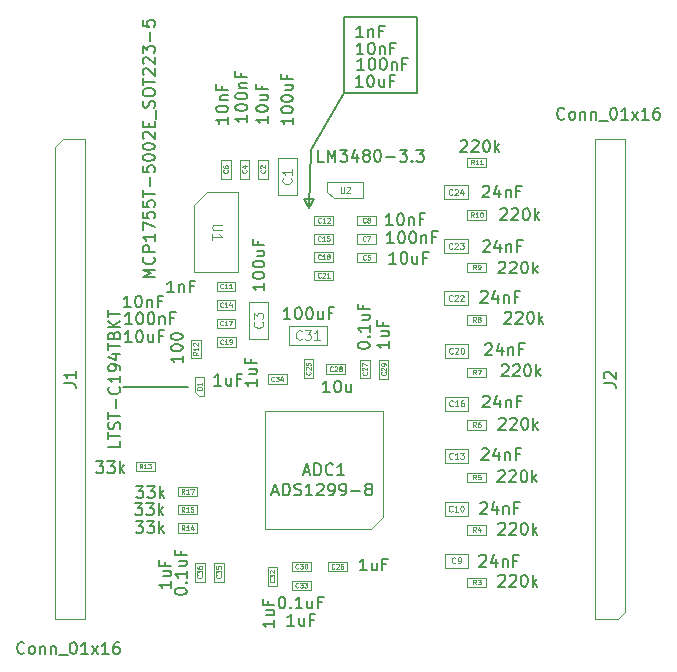
<source format=gbr>
G04 #@! TF.GenerationSoftware,KiCad,Pcbnew,(5.0.0)*
G04 #@! TF.CreationDate,2020-03-26T18:07:10+11:00*
G04 #@! TF.ProjectId,DAQ Board,44415120426F6172642E6B696361645F,rev?*
G04 #@! TF.SameCoordinates,Original*
G04 #@! TF.FileFunction,Other,Fab,Top*
%FSLAX46Y46*%
G04 Gerber Fmt 4.6, Leading zero omitted, Abs format (unit mm)*
G04 Created by KiCad (PCBNEW (5.0.0)) date 03/26/20 18:07:10*
%MOMM*%
%LPD*%
G01*
G04 APERTURE LIST*
%ADD10C,0.200000*%
%ADD11C,0.100000*%
%ADD12C,0.150000*%
%ADD13C,0.060000*%
%ADD14C,0.120000*%
%ADD15C,0.080000*%
%ADD16C,0.075000*%
G04 APERTURE END LIST*
D10*
X98520000Y-85020000D02*
X98950000Y-85820000D01*
X99390000Y-85020000D02*
X98520000Y-85020000D01*
X98950000Y-85810000D02*
X99390000Y-85020000D01*
X99080000Y-80940000D02*
X98950000Y-85810000D01*
X101900000Y-76110000D02*
X99080000Y-80940000D01*
X101890000Y-76100000D02*
X101890000Y-69640000D01*
X108120000Y-76100000D02*
X101900000Y-76100000D01*
X108120000Y-69630000D02*
X108120000Y-76100000D01*
X101890000Y-69630000D02*
X108120000Y-69630000D01*
X83220000Y-100960000D02*
X88680000Y-100960000D01*
D11*
G04 #@! TO.C,C21*
X99400000Y-91120000D02*
X101000000Y-91120000D01*
X99400000Y-91920000D02*
X99400000Y-91120000D01*
X101000000Y-91920000D02*
X99400000Y-91920000D01*
X101000000Y-91120000D02*
X101000000Y-91920000D01*
G04 #@! TO.C,C15*
X100990000Y-88020000D02*
X100990000Y-88820000D01*
X100990000Y-88820000D02*
X99390000Y-88820000D01*
X99390000Y-88820000D02*
X99390000Y-88020000D01*
X99390000Y-88020000D02*
X100990000Y-88020000D01*
G04 #@! TO.C,C18*
X100990000Y-89560000D02*
X100990000Y-90360000D01*
X100990000Y-90360000D02*
X99390000Y-90360000D01*
X99390000Y-90360000D02*
X99390000Y-89560000D01*
X99390000Y-89560000D02*
X100990000Y-89560000D01*
G04 #@! TO.C,C28*
X100420000Y-99850000D02*
X100420000Y-99050000D01*
X100420000Y-99050000D02*
X102020000Y-99050000D01*
X102020000Y-99050000D02*
X102020000Y-99850000D01*
X102020000Y-99850000D02*
X100420000Y-99850000D01*
G04 #@! TO.C,J1*
X77470000Y-80623750D02*
X78105000Y-79988750D01*
X77470000Y-120628750D02*
X77470000Y-80623750D01*
X80010000Y-120628750D02*
X77470000Y-120628750D01*
X80010000Y-79988750D02*
X80010000Y-120628750D01*
X78105000Y-79988750D02*
X80010000Y-79988750D01*
G04 #@! TO.C,J2*
X125095000Y-120650000D02*
X123190000Y-120650000D01*
X123190000Y-120650000D02*
X123190000Y-80010000D01*
X123190000Y-80010000D02*
X125730000Y-80010000D01*
X125730000Y-80010000D02*
X125730000Y-120015000D01*
X125730000Y-120015000D02*
X125095000Y-120650000D01*
G04 #@! TO.C,C3*
X95490000Y-96930000D02*
X93890000Y-96930000D01*
X93890000Y-96930000D02*
X93890000Y-93730000D01*
X93890000Y-93730000D02*
X95490000Y-93730000D01*
X95490000Y-93730000D02*
X95490000Y-96930000D01*
G04 #@! TO.C,C2*
X94649572Y-83328518D02*
X94649572Y-81728518D01*
X95449572Y-83328518D02*
X94649572Y-83328518D01*
X95449572Y-81728518D02*
X95449572Y-83328518D01*
X94649572Y-81728518D02*
X95449572Y-81728518D01*
G04 #@! TO.C,C4*
X93079572Y-81728518D02*
X93879572Y-81728518D01*
X93879572Y-81728518D02*
X93879572Y-83328518D01*
X93879572Y-83328518D02*
X93079572Y-83328518D01*
X93079572Y-83328518D02*
X93079572Y-81728518D01*
G04 #@! TO.C,C6*
X91499572Y-83328518D02*
X91499572Y-81728518D01*
X92299572Y-83328518D02*
X91499572Y-83328518D01*
X92299572Y-81728518D02*
X92299572Y-83328518D01*
X91499572Y-81728518D02*
X92299572Y-81728518D01*
G04 #@! TO.C,C5*
X103018518Y-90400428D02*
X103018518Y-89600428D01*
X103018518Y-89600428D02*
X104618518Y-89600428D01*
X104618518Y-89600428D02*
X104618518Y-90400428D01*
X104618518Y-90400428D02*
X103018518Y-90400428D01*
G04 #@! TO.C,C7*
X104608518Y-88820428D02*
X103008518Y-88820428D01*
X104608518Y-88020428D02*
X104608518Y-88820428D01*
X103008518Y-88020428D02*
X104608518Y-88020428D01*
X103008518Y-88820428D02*
X103008518Y-88020428D01*
G04 #@! TO.C,C8*
X102998518Y-87260428D02*
X102998518Y-86460428D01*
X102998518Y-86460428D02*
X104598518Y-86460428D01*
X104598518Y-86460428D02*
X104598518Y-87260428D01*
X104598518Y-87260428D02*
X102998518Y-87260428D01*
G04 #@! TO.C,C11*
X91118518Y-92840428D02*
X91118518Y-92040428D01*
X91118518Y-92040428D02*
X92718518Y-92040428D01*
X92718518Y-92040428D02*
X92718518Y-92840428D01*
X92718518Y-92840428D02*
X91118518Y-92840428D01*
G04 #@! TO.C,C14*
X91118518Y-94420428D02*
X91118518Y-93620428D01*
X91118518Y-93620428D02*
X92718518Y-93620428D01*
X92718518Y-93620428D02*
X92718518Y-94420428D01*
X92718518Y-94420428D02*
X91118518Y-94420428D01*
G04 #@! TO.C,C17*
X92718518Y-95980428D02*
X91118518Y-95980428D01*
X92718518Y-95180428D02*
X92718518Y-95980428D01*
X91118518Y-95180428D02*
X92718518Y-95180428D01*
X91118518Y-95980428D02*
X91118518Y-95180428D01*
G04 #@! TO.C,C19*
X91126018Y-97560428D02*
X91126018Y-96760428D01*
X91126018Y-96760428D02*
X92726018Y-96760428D01*
X92726018Y-96760428D02*
X92726018Y-97560428D01*
X92726018Y-97560428D02*
X91126018Y-97560428D01*
G04 #@! TO.C,C12*
X101000000Y-86470000D02*
X101000000Y-87270000D01*
X101000000Y-87270000D02*
X99400000Y-87270000D01*
X99400000Y-87270000D02*
X99400000Y-86470000D01*
X99400000Y-86470000D02*
X101000000Y-86470000D01*
G04 #@! TO.C,C1*
X96319572Y-81548518D02*
X97919572Y-81548518D01*
X97919572Y-81548518D02*
X97919572Y-84748518D01*
X97919572Y-84748518D02*
X96319572Y-84748518D01*
X96319572Y-84748518D02*
X96319572Y-81548518D01*
G04 #@! TO.C,ADC1*
X104212928Y-112983482D02*
X95212928Y-112983482D01*
X95212928Y-112983482D02*
X95212928Y-102983482D01*
X95212928Y-102983482D02*
X105212928Y-102983482D01*
X105212928Y-102983482D02*
X105212928Y-111983482D01*
X105212928Y-111983482D02*
X104212928Y-112983482D01*
G04 #@! TO.C,C10*
X110417828Y-110686022D02*
X112417828Y-110686022D01*
X110417828Y-111886022D02*
X110417828Y-110686022D01*
X112417828Y-111886022D02*
X110417828Y-111886022D01*
X112417828Y-110686022D02*
X112417828Y-111886022D01*
G04 #@! TO.C,C13*
X112428228Y-106220702D02*
X112428228Y-107420702D01*
X112428228Y-107420702D02*
X110428228Y-107420702D01*
X110428228Y-107420702D02*
X110428228Y-106220702D01*
X110428228Y-106220702D02*
X112428228Y-106220702D01*
G04 #@! TO.C,C9*
X110430768Y-115067522D02*
X112430768Y-115067522D01*
X110430768Y-116267522D02*
X110430768Y-115067522D01*
X112430768Y-116267522D02*
X110430768Y-116267522D01*
X112430768Y-115067522D02*
X112430768Y-116267522D01*
G04 #@! TO.C,C22*
X112415768Y-92850142D02*
X112415768Y-94050142D01*
X112415768Y-94050142D02*
X110415768Y-94050142D01*
X110415768Y-94050142D02*
X110415768Y-92850142D01*
X110415768Y-92850142D02*
X112415768Y-92850142D01*
G04 #@! TO.C,C26*
X102155928Y-115774982D02*
X102155928Y-116574982D01*
X102155928Y-116574982D02*
X100555928Y-116574982D01*
X100555928Y-116574982D02*
X100555928Y-115774982D01*
X100555928Y-115774982D02*
X102155928Y-115774982D01*
G04 #@! TO.C,C29*
X104870428Y-100253982D02*
X104870428Y-98653982D01*
X105670428Y-100253982D02*
X104870428Y-100253982D01*
X105670428Y-98653982D02*
X105670428Y-100253982D01*
X104870428Y-98653982D02*
X105670428Y-98653982D01*
G04 #@! TO.C,C27*
X103280428Y-100243982D02*
X103280428Y-98643982D01*
X104080428Y-100243982D02*
X103280428Y-100243982D01*
X104080428Y-98643982D02*
X104080428Y-100243982D01*
X103280428Y-98643982D02*
X104080428Y-98643982D01*
G04 #@! TO.C,C25*
X99300428Y-98611482D02*
X99300428Y-100211482D01*
X98500428Y-98611482D02*
X99300428Y-98611482D01*
X98500428Y-100211482D02*
X98500428Y-98611482D01*
X99300428Y-100211482D02*
X98500428Y-100211482D01*
G04 #@! TO.C,C31*
X100440000Y-97410000D02*
X97240000Y-97410000D01*
X100440000Y-95810000D02*
X100440000Y-97410000D01*
X97240000Y-95810000D02*
X100440000Y-95810000D01*
X97240000Y-97410000D02*
X97240000Y-95810000D01*
G04 #@! TO.C,C32*
X96240000Y-116200000D02*
X96240000Y-117800000D01*
X95440000Y-116200000D02*
X96240000Y-116200000D01*
X95440000Y-117800000D02*
X95440000Y-116200000D01*
X96240000Y-117800000D02*
X95440000Y-117800000D01*
G04 #@! TO.C,C20*
X110438388Y-97323082D02*
X112438388Y-97323082D01*
X110438388Y-98523082D02*
X110438388Y-97323082D01*
X112438388Y-98523082D02*
X110438388Y-98523082D01*
X112438388Y-97323082D02*
X112438388Y-98523082D01*
G04 #@! TO.C,C23*
X112405368Y-88445782D02*
X112405368Y-89645782D01*
X112405368Y-89645782D02*
X110405368Y-89645782D01*
X110405368Y-89645782D02*
X110405368Y-88445782D01*
X110405368Y-88445782D02*
X112405368Y-88445782D01*
G04 #@! TO.C,C34*
X95450428Y-99901482D02*
X97050428Y-99901482D01*
X95450428Y-100701482D02*
X95450428Y-99901482D01*
X97050428Y-100701482D02*
X95450428Y-100701482D01*
X97050428Y-99901482D02*
X97050428Y-100701482D01*
G04 #@! TO.C,C16*
X112428228Y-101775702D02*
X112428228Y-102975702D01*
X112428228Y-102975702D02*
X110428228Y-102975702D01*
X110428228Y-102975702D02*
X110428228Y-101775702D01*
X110428228Y-101775702D02*
X112428228Y-101775702D01*
G04 #@! TO.C,C24*
X110408148Y-83886482D02*
X112408148Y-83886482D01*
X110408148Y-85086482D02*
X110408148Y-83886482D01*
X112408148Y-85086482D02*
X110408148Y-85086482D01*
X112408148Y-83886482D02*
X112408148Y-85086482D01*
G04 #@! TO.C,C35*
X91710428Y-115841482D02*
X91710428Y-117441482D01*
X90910428Y-115841482D02*
X91710428Y-115841482D01*
X90910428Y-117441482D02*
X90910428Y-115841482D01*
X91710428Y-117441482D02*
X90910428Y-117441482D01*
G04 #@! TO.C,C36*
X90100428Y-115838982D02*
X90100428Y-117438982D01*
X89300428Y-115838982D02*
X90100428Y-115838982D01*
X89300428Y-117438982D02*
X89300428Y-115838982D01*
X90100428Y-117438982D02*
X89300428Y-117438982D01*
G04 #@! TO.C,C30*
X97500428Y-116571482D02*
X97500428Y-115771482D01*
X97500428Y-115771482D02*
X99100428Y-115771482D01*
X99100428Y-115771482D02*
X99100428Y-116571482D01*
X99100428Y-116571482D02*
X97500428Y-116571482D01*
G04 #@! TO.C,C33*
X97500428Y-118171482D02*
X97500428Y-117371482D01*
X97500428Y-117371482D02*
X99100428Y-117371482D01*
X99100428Y-117371482D02*
X99100428Y-118171482D01*
X99100428Y-118171482D02*
X97500428Y-118171482D01*
G04 #@! TO.C,R13*
X85880000Y-107280000D02*
X85880000Y-108080000D01*
X85880000Y-108080000D02*
X84280000Y-108080000D01*
X84280000Y-108080000D02*
X84280000Y-107280000D01*
X84280000Y-107280000D02*
X85880000Y-107280000D01*
G04 #@! TO.C,R9*
X113955428Y-91236482D02*
X112355428Y-91236482D01*
X113955428Y-90436482D02*
X113955428Y-91236482D01*
X112355428Y-90436482D02*
X113955428Y-90436482D01*
X112355428Y-91236482D02*
X112355428Y-90436482D01*
G04 #@! TO.C,R7*
X112355428Y-100126482D02*
X112355428Y-99326482D01*
X112355428Y-99326482D02*
X113955428Y-99326482D01*
X113955428Y-99326482D02*
X113955428Y-100126482D01*
X113955428Y-100126482D02*
X112355428Y-100126482D01*
G04 #@! TO.C,R11*
X112355428Y-82346482D02*
X112355428Y-81546482D01*
X112355428Y-81546482D02*
X113955428Y-81546482D01*
X113955428Y-81546482D02*
X113955428Y-82346482D01*
X113955428Y-82346482D02*
X112355428Y-82346482D01*
G04 #@! TO.C,R14*
X89460428Y-113311482D02*
X87860428Y-113311482D01*
X89460428Y-112511482D02*
X89460428Y-113311482D01*
X87860428Y-112511482D02*
X89460428Y-112511482D01*
X87860428Y-113311482D02*
X87860428Y-112511482D01*
G04 #@! TO.C,R17*
X87850428Y-110211482D02*
X87850428Y-109411482D01*
X87850428Y-109411482D02*
X89450428Y-109411482D01*
X89450428Y-109411482D02*
X89450428Y-110211482D01*
X89450428Y-110211482D02*
X87850428Y-110211482D01*
G04 #@! TO.C,R5*
X113955428Y-109016482D02*
X112355428Y-109016482D01*
X113955428Y-108216482D02*
X113955428Y-109016482D01*
X112355428Y-108216482D02*
X113955428Y-108216482D01*
X112355428Y-109016482D02*
X112355428Y-108216482D01*
G04 #@! TO.C,R6*
X113955428Y-104571482D02*
X112355428Y-104571482D01*
X113955428Y-103771482D02*
X113955428Y-104571482D01*
X112355428Y-103771482D02*
X113955428Y-103771482D01*
X112355428Y-104571482D02*
X112355428Y-103771482D01*
G04 #@! TO.C,R15*
X89450428Y-111751482D02*
X87850428Y-111751482D01*
X89450428Y-110951482D02*
X89450428Y-111751482D01*
X87850428Y-110951482D02*
X89450428Y-110951482D01*
X87850428Y-111751482D02*
X87850428Y-110951482D01*
G04 #@! TO.C,R10*
X112355428Y-86791482D02*
X112355428Y-85991482D01*
X112355428Y-85991482D02*
X113955428Y-85991482D01*
X113955428Y-85991482D02*
X113955428Y-86791482D01*
X113955428Y-86791482D02*
X112355428Y-86791482D01*
G04 #@! TO.C,R3*
X112355428Y-117906482D02*
X112355428Y-117106482D01*
X112355428Y-117106482D02*
X113955428Y-117106482D01*
X113955428Y-117106482D02*
X113955428Y-117906482D01*
X113955428Y-117906482D02*
X112355428Y-117906482D01*
G04 #@! TO.C,R8*
X112355428Y-95681482D02*
X112355428Y-94881482D01*
X112355428Y-94881482D02*
X113955428Y-94881482D01*
X113955428Y-94881482D02*
X113955428Y-95681482D01*
X113955428Y-95681482D02*
X112355428Y-95681482D01*
G04 #@! TO.C,R4*
X113955428Y-113461482D02*
X112355428Y-113461482D01*
X113955428Y-112661482D02*
X113955428Y-113461482D01*
X112355428Y-112661482D02*
X113955428Y-112661482D01*
X112355428Y-113461482D02*
X112355428Y-112661482D01*
G04 #@! TO.C,R12*
X89760000Y-98550000D02*
X88960000Y-98550000D01*
X88960000Y-98550000D02*
X88960000Y-96950000D01*
X88960000Y-96950000D02*
X89760000Y-96950000D01*
X89760000Y-96950000D02*
X89760000Y-98550000D01*
G04 #@! TO.C,U2*
X101068518Y-85000428D02*
X103518518Y-85000428D01*
X100498518Y-84450428D02*
X100498518Y-83600428D01*
X101068518Y-85000428D02*
X100498518Y-84450428D01*
X100498518Y-83600428D02*
X103538518Y-83600428D01*
X103538518Y-85000428D02*
X103538518Y-83600428D01*
G04 #@! TO.C,D1*
X90092902Y-100102134D02*
X89292902Y-100102134D01*
X90092902Y-101702134D02*
X90092902Y-100102134D01*
X89592902Y-101702134D02*
X90092902Y-101702134D01*
X89292902Y-101402134D02*
X89592902Y-101702134D01*
X89292902Y-100102134D02*
X89292902Y-101402134D01*
G04 #@! TO.C,U1*
X89241018Y-85540428D02*
X90291018Y-84490428D01*
X89241018Y-85540428D02*
X89241018Y-91190428D01*
X90291018Y-84490428D02*
X92941018Y-84490428D01*
X89241018Y-91190428D02*
X92941018Y-91190428D01*
X92941018Y-84490428D02*
X92941018Y-91190428D01*
G04 #@! TD*
G04 #@! TO.C,C21*
D12*
X103498571Y-75562380D02*
X102927142Y-75562380D01*
X103212857Y-75562380D02*
X103212857Y-74562380D01*
X103117619Y-74705238D01*
X103022380Y-74800476D01*
X102927142Y-74848095D01*
X104117619Y-74562380D02*
X104212857Y-74562380D01*
X104308095Y-74610000D01*
X104355714Y-74657619D01*
X104403333Y-74752857D01*
X104450952Y-74943333D01*
X104450952Y-75181428D01*
X104403333Y-75371904D01*
X104355714Y-75467142D01*
X104308095Y-75514761D01*
X104212857Y-75562380D01*
X104117619Y-75562380D01*
X104022380Y-75514761D01*
X103974761Y-75467142D01*
X103927142Y-75371904D01*
X103879523Y-75181428D01*
X103879523Y-74943333D01*
X103927142Y-74752857D01*
X103974761Y-74657619D01*
X104022380Y-74610000D01*
X104117619Y-74562380D01*
X105308095Y-74895714D02*
X105308095Y-75562380D01*
X104879523Y-74895714D02*
X104879523Y-75419523D01*
X104927142Y-75514761D01*
X105022380Y-75562380D01*
X105165238Y-75562380D01*
X105260476Y-75514761D01*
X105308095Y-75467142D01*
X106117619Y-75038571D02*
X105784285Y-75038571D01*
X105784285Y-75562380D02*
X105784285Y-74562380D01*
X106260476Y-74562380D01*
D13*
X99942857Y-91662857D02*
X99923809Y-91681904D01*
X99866666Y-91700952D01*
X99828571Y-91700952D01*
X99771428Y-91681904D01*
X99733333Y-91643809D01*
X99714285Y-91605714D01*
X99695238Y-91529523D01*
X99695238Y-91472380D01*
X99714285Y-91396190D01*
X99733333Y-91358095D01*
X99771428Y-91320000D01*
X99828571Y-91300952D01*
X99866666Y-91300952D01*
X99923809Y-91320000D01*
X99942857Y-91339047D01*
X100095238Y-91339047D02*
X100114285Y-91320000D01*
X100152380Y-91300952D01*
X100247619Y-91300952D01*
X100285714Y-91320000D01*
X100304761Y-91339047D01*
X100323809Y-91377142D01*
X100323809Y-91415238D01*
X100304761Y-91472380D01*
X100076190Y-91700952D01*
X100323809Y-91700952D01*
X100704761Y-91700952D02*
X100476190Y-91700952D01*
X100590476Y-91700952D02*
X100590476Y-91300952D01*
X100552380Y-91358095D01*
X100514285Y-91396190D01*
X100476190Y-91415238D01*
G04 #@! TO.C,C15*
D12*
X103548571Y-72802380D02*
X102977142Y-72802380D01*
X103262857Y-72802380D02*
X103262857Y-71802380D01*
X103167619Y-71945238D01*
X103072380Y-72040476D01*
X102977142Y-72088095D01*
X104167619Y-71802380D02*
X104262857Y-71802380D01*
X104358095Y-71850000D01*
X104405714Y-71897619D01*
X104453333Y-71992857D01*
X104500952Y-72183333D01*
X104500952Y-72421428D01*
X104453333Y-72611904D01*
X104405714Y-72707142D01*
X104358095Y-72754761D01*
X104262857Y-72802380D01*
X104167619Y-72802380D01*
X104072380Y-72754761D01*
X104024761Y-72707142D01*
X103977142Y-72611904D01*
X103929523Y-72421428D01*
X103929523Y-72183333D01*
X103977142Y-71992857D01*
X104024761Y-71897619D01*
X104072380Y-71850000D01*
X104167619Y-71802380D01*
X104929523Y-72135714D02*
X104929523Y-72802380D01*
X104929523Y-72230952D02*
X104977142Y-72183333D01*
X105072380Y-72135714D01*
X105215238Y-72135714D01*
X105310476Y-72183333D01*
X105358095Y-72278571D01*
X105358095Y-72802380D01*
X106167619Y-72278571D02*
X105834285Y-72278571D01*
X105834285Y-72802380D02*
X105834285Y-71802380D01*
X106310476Y-71802380D01*
D13*
X99932857Y-88562857D02*
X99913809Y-88581904D01*
X99856666Y-88600952D01*
X99818571Y-88600952D01*
X99761428Y-88581904D01*
X99723333Y-88543809D01*
X99704285Y-88505714D01*
X99685238Y-88429523D01*
X99685238Y-88372380D01*
X99704285Y-88296190D01*
X99723333Y-88258095D01*
X99761428Y-88220000D01*
X99818571Y-88200952D01*
X99856666Y-88200952D01*
X99913809Y-88220000D01*
X99932857Y-88239047D01*
X100313809Y-88600952D02*
X100085238Y-88600952D01*
X100199523Y-88600952D02*
X100199523Y-88200952D01*
X100161428Y-88258095D01*
X100123333Y-88296190D01*
X100085238Y-88315238D01*
X100675714Y-88200952D02*
X100485238Y-88200952D01*
X100466190Y-88391428D01*
X100485238Y-88372380D01*
X100523333Y-88353333D01*
X100618571Y-88353333D01*
X100656666Y-88372380D01*
X100675714Y-88391428D01*
X100694761Y-88429523D01*
X100694761Y-88524761D01*
X100675714Y-88562857D01*
X100656666Y-88581904D01*
X100618571Y-88600952D01*
X100523333Y-88600952D01*
X100485238Y-88581904D01*
X100466190Y-88562857D01*
G04 #@! TO.C,C18*
D12*
X103602380Y-74112380D02*
X103030952Y-74112380D01*
X103316666Y-74112380D02*
X103316666Y-73112380D01*
X103221428Y-73255238D01*
X103126190Y-73350476D01*
X103030952Y-73398095D01*
X104221428Y-73112380D02*
X104316666Y-73112380D01*
X104411904Y-73160000D01*
X104459523Y-73207619D01*
X104507142Y-73302857D01*
X104554761Y-73493333D01*
X104554761Y-73731428D01*
X104507142Y-73921904D01*
X104459523Y-74017142D01*
X104411904Y-74064761D01*
X104316666Y-74112380D01*
X104221428Y-74112380D01*
X104126190Y-74064761D01*
X104078571Y-74017142D01*
X104030952Y-73921904D01*
X103983333Y-73731428D01*
X103983333Y-73493333D01*
X104030952Y-73302857D01*
X104078571Y-73207619D01*
X104126190Y-73160000D01*
X104221428Y-73112380D01*
X105173809Y-73112380D02*
X105269047Y-73112380D01*
X105364285Y-73160000D01*
X105411904Y-73207619D01*
X105459523Y-73302857D01*
X105507142Y-73493333D01*
X105507142Y-73731428D01*
X105459523Y-73921904D01*
X105411904Y-74017142D01*
X105364285Y-74064761D01*
X105269047Y-74112380D01*
X105173809Y-74112380D01*
X105078571Y-74064761D01*
X105030952Y-74017142D01*
X104983333Y-73921904D01*
X104935714Y-73731428D01*
X104935714Y-73493333D01*
X104983333Y-73302857D01*
X105030952Y-73207619D01*
X105078571Y-73160000D01*
X105173809Y-73112380D01*
X105935714Y-73445714D02*
X105935714Y-74112380D01*
X105935714Y-73540952D02*
X105983333Y-73493333D01*
X106078571Y-73445714D01*
X106221428Y-73445714D01*
X106316666Y-73493333D01*
X106364285Y-73588571D01*
X106364285Y-74112380D01*
X107173809Y-73588571D02*
X106840476Y-73588571D01*
X106840476Y-74112380D02*
X106840476Y-73112380D01*
X107316666Y-73112380D01*
D13*
X99932857Y-90102857D02*
X99913809Y-90121904D01*
X99856666Y-90140952D01*
X99818571Y-90140952D01*
X99761428Y-90121904D01*
X99723333Y-90083809D01*
X99704285Y-90045714D01*
X99685238Y-89969523D01*
X99685238Y-89912380D01*
X99704285Y-89836190D01*
X99723333Y-89798095D01*
X99761428Y-89760000D01*
X99818571Y-89740952D01*
X99856666Y-89740952D01*
X99913809Y-89760000D01*
X99932857Y-89779047D01*
X100313809Y-90140952D02*
X100085238Y-90140952D01*
X100199523Y-90140952D02*
X100199523Y-89740952D01*
X100161428Y-89798095D01*
X100123333Y-89836190D01*
X100085238Y-89855238D01*
X100542380Y-89912380D02*
X100504285Y-89893333D01*
X100485238Y-89874285D01*
X100466190Y-89836190D01*
X100466190Y-89817142D01*
X100485238Y-89779047D01*
X100504285Y-89760000D01*
X100542380Y-89740952D01*
X100618571Y-89740952D01*
X100656666Y-89760000D01*
X100675714Y-89779047D01*
X100694761Y-89817142D01*
X100694761Y-89836190D01*
X100675714Y-89874285D01*
X100656666Y-89893333D01*
X100618571Y-89912380D01*
X100542380Y-89912380D01*
X100504285Y-89931428D01*
X100485238Y-89950476D01*
X100466190Y-89988571D01*
X100466190Y-90064761D01*
X100485238Y-90102857D01*
X100504285Y-90121904D01*
X100542380Y-90140952D01*
X100618571Y-90140952D01*
X100656666Y-90121904D01*
X100675714Y-90102857D01*
X100694761Y-90064761D01*
X100694761Y-89988571D01*
X100675714Y-89950476D01*
X100656666Y-89931428D01*
X100618571Y-89912380D01*
G04 #@! TO.C,C28*
D12*
X100707142Y-101422380D02*
X100135714Y-101422380D01*
X100421428Y-101422380D02*
X100421428Y-100422380D01*
X100326190Y-100565238D01*
X100230952Y-100660476D01*
X100135714Y-100708095D01*
X101326190Y-100422380D02*
X101421428Y-100422380D01*
X101516666Y-100470000D01*
X101564285Y-100517619D01*
X101611904Y-100612857D01*
X101659523Y-100803333D01*
X101659523Y-101041428D01*
X101611904Y-101231904D01*
X101564285Y-101327142D01*
X101516666Y-101374761D01*
X101421428Y-101422380D01*
X101326190Y-101422380D01*
X101230952Y-101374761D01*
X101183333Y-101327142D01*
X101135714Y-101231904D01*
X101088095Y-101041428D01*
X101088095Y-100803333D01*
X101135714Y-100612857D01*
X101183333Y-100517619D01*
X101230952Y-100470000D01*
X101326190Y-100422380D01*
X102516666Y-100755714D02*
X102516666Y-101422380D01*
X102088095Y-100755714D02*
X102088095Y-101279523D01*
X102135714Y-101374761D01*
X102230952Y-101422380D01*
X102373809Y-101422380D01*
X102469047Y-101374761D01*
X102516666Y-101327142D01*
D13*
X100962857Y-99592857D02*
X100943809Y-99611904D01*
X100886666Y-99630952D01*
X100848571Y-99630952D01*
X100791428Y-99611904D01*
X100753333Y-99573809D01*
X100734285Y-99535714D01*
X100715238Y-99459523D01*
X100715238Y-99402380D01*
X100734285Y-99326190D01*
X100753333Y-99288095D01*
X100791428Y-99250000D01*
X100848571Y-99230952D01*
X100886666Y-99230952D01*
X100943809Y-99250000D01*
X100962857Y-99269047D01*
X101115238Y-99269047D02*
X101134285Y-99250000D01*
X101172380Y-99230952D01*
X101267619Y-99230952D01*
X101305714Y-99250000D01*
X101324761Y-99269047D01*
X101343809Y-99307142D01*
X101343809Y-99345238D01*
X101324761Y-99402380D01*
X101096190Y-99630952D01*
X101343809Y-99630952D01*
X101572380Y-99402380D02*
X101534285Y-99383333D01*
X101515238Y-99364285D01*
X101496190Y-99326190D01*
X101496190Y-99307142D01*
X101515238Y-99269047D01*
X101534285Y-99250000D01*
X101572380Y-99230952D01*
X101648571Y-99230952D01*
X101686666Y-99250000D01*
X101705714Y-99269047D01*
X101724761Y-99307142D01*
X101724761Y-99326190D01*
X101705714Y-99364285D01*
X101686666Y-99383333D01*
X101648571Y-99402380D01*
X101572380Y-99402380D01*
X101534285Y-99421428D01*
X101515238Y-99440476D01*
X101496190Y-99478571D01*
X101496190Y-99554761D01*
X101515238Y-99592857D01*
X101534285Y-99611904D01*
X101572380Y-99630952D01*
X101648571Y-99630952D01*
X101686666Y-99611904D01*
X101705714Y-99592857D01*
X101724761Y-99554761D01*
X101724761Y-99478571D01*
X101705714Y-99440476D01*
X101686666Y-99421428D01*
X101648571Y-99402380D01*
G04 #@! TO.C,J1*
D12*
X74841904Y-123477142D02*
X74794285Y-123524761D01*
X74651428Y-123572380D01*
X74556190Y-123572380D01*
X74413333Y-123524761D01*
X74318095Y-123429523D01*
X74270476Y-123334285D01*
X74222857Y-123143809D01*
X74222857Y-123000952D01*
X74270476Y-122810476D01*
X74318095Y-122715238D01*
X74413333Y-122620000D01*
X74556190Y-122572380D01*
X74651428Y-122572380D01*
X74794285Y-122620000D01*
X74841904Y-122667619D01*
X75413333Y-123572380D02*
X75318095Y-123524761D01*
X75270476Y-123477142D01*
X75222857Y-123381904D01*
X75222857Y-123096190D01*
X75270476Y-123000952D01*
X75318095Y-122953333D01*
X75413333Y-122905714D01*
X75556190Y-122905714D01*
X75651428Y-122953333D01*
X75699047Y-123000952D01*
X75746666Y-123096190D01*
X75746666Y-123381904D01*
X75699047Y-123477142D01*
X75651428Y-123524761D01*
X75556190Y-123572380D01*
X75413333Y-123572380D01*
X76175238Y-122905714D02*
X76175238Y-123572380D01*
X76175238Y-123000952D02*
X76222857Y-122953333D01*
X76318095Y-122905714D01*
X76460952Y-122905714D01*
X76556190Y-122953333D01*
X76603809Y-123048571D01*
X76603809Y-123572380D01*
X77080000Y-122905714D02*
X77080000Y-123572380D01*
X77080000Y-123000952D02*
X77127619Y-122953333D01*
X77222857Y-122905714D01*
X77365714Y-122905714D01*
X77460952Y-122953333D01*
X77508571Y-123048571D01*
X77508571Y-123572380D01*
X77746666Y-123667619D02*
X78508571Y-123667619D01*
X78937142Y-122572380D02*
X79032380Y-122572380D01*
X79127619Y-122620000D01*
X79175238Y-122667619D01*
X79222857Y-122762857D01*
X79270476Y-122953333D01*
X79270476Y-123191428D01*
X79222857Y-123381904D01*
X79175238Y-123477142D01*
X79127619Y-123524761D01*
X79032380Y-123572380D01*
X78937142Y-123572380D01*
X78841904Y-123524761D01*
X78794285Y-123477142D01*
X78746666Y-123381904D01*
X78699047Y-123191428D01*
X78699047Y-122953333D01*
X78746666Y-122762857D01*
X78794285Y-122667619D01*
X78841904Y-122620000D01*
X78937142Y-122572380D01*
X80222857Y-123572380D02*
X79651428Y-123572380D01*
X79937142Y-123572380D02*
X79937142Y-122572380D01*
X79841904Y-122715238D01*
X79746666Y-122810476D01*
X79651428Y-122858095D01*
X80556190Y-123572380D02*
X81080000Y-122905714D01*
X80556190Y-122905714D02*
X81080000Y-123572380D01*
X81984761Y-123572380D02*
X81413333Y-123572380D01*
X81699047Y-123572380D02*
X81699047Y-122572380D01*
X81603809Y-122715238D01*
X81508571Y-122810476D01*
X81413333Y-122858095D01*
X82841904Y-122572380D02*
X82651428Y-122572380D01*
X82556190Y-122620000D01*
X82508571Y-122667619D01*
X82413333Y-122810476D01*
X82365714Y-123000952D01*
X82365714Y-123381904D01*
X82413333Y-123477142D01*
X82460952Y-123524761D01*
X82556190Y-123572380D01*
X82746666Y-123572380D01*
X82841904Y-123524761D01*
X82889523Y-123477142D01*
X82937142Y-123381904D01*
X82937142Y-123143809D01*
X82889523Y-123048571D01*
X82841904Y-123000952D01*
X82746666Y-122953333D01*
X82556190Y-122953333D01*
X82460952Y-123000952D01*
X82413333Y-123048571D01*
X82365714Y-123143809D01*
X78192380Y-100642083D02*
X78906666Y-100642083D01*
X79049523Y-100689702D01*
X79144761Y-100784940D01*
X79192380Y-100927797D01*
X79192380Y-101023035D01*
X79192380Y-99642083D02*
X79192380Y-100213511D01*
X79192380Y-99927797D02*
X78192380Y-99927797D01*
X78335238Y-100023035D01*
X78430476Y-100118273D01*
X78478095Y-100213511D01*
G04 #@! TO.C,J2*
X120571904Y-78227142D02*
X120524285Y-78274761D01*
X120381428Y-78322380D01*
X120286190Y-78322380D01*
X120143333Y-78274761D01*
X120048095Y-78179523D01*
X120000476Y-78084285D01*
X119952857Y-77893809D01*
X119952857Y-77750952D01*
X120000476Y-77560476D01*
X120048095Y-77465238D01*
X120143333Y-77370000D01*
X120286190Y-77322380D01*
X120381428Y-77322380D01*
X120524285Y-77370000D01*
X120571904Y-77417619D01*
X121143333Y-78322380D02*
X121048095Y-78274761D01*
X121000476Y-78227142D01*
X120952857Y-78131904D01*
X120952857Y-77846190D01*
X121000476Y-77750952D01*
X121048095Y-77703333D01*
X121143333Y-77655714D01*
X121286190Y-77655714D01*
X121381428Y-77703333D01*
X121429047Y-77750952D01*
X121476666Y-77846190D01*
X121476666Y-78131904D01*
X121429047Y-78227142D01*
X121381428Y-78274761D01*
X121286190Y-78322380D01*
X121143333Y-78322380D01*
X121905238Y-77655714D02*
X121905238Y-78322380D01*
X121905238Y-77750952D02*
X121952857Y-77703333D01*
X122048095Y-77655714D01*
X122190952Y-77655714D01*
X122286190Y-77703333D01*
X122333809Y-77798571D01*
X122333809Y-78322380D01*
X122810000Y-77655714D02*
X122810000Y-78322380D01*
X122810000Y-77750952D02*
X122857619Y-77703333D01*
X122952857Y-77655714D01*
X123095714Y-77655714D01*
X123190952Y-77703333D01*
X123238571Y-77798571D01*
X123238571Y-78322380D01*
X123476666Y-78417619D02*
X124238571Y-78417619D01*
X124667142Y-77322380D02*
X124762380Y-77322380D01*
X124857619Y-77370000D01*
X124905238Y-77417619D01*
X124952857Y-77512857D01*
X125000476Y-77703333D01*
X125000476Y-77941428D01*
X124952857Y-78131904D01*
X124905238Y-78227142D01*
X124857619Y-78274761D01*
X124762380Y-78322380D01*
X124667142Y-78322380D01*
X124571904Y-78274761D01*
X124524285Y-78227142D01*
X124476666Y-78131904D01*
X124429047Y-77941428D01*
X124429047Y-77703333D01*
X124476666Y-77512857D01*
X124524285Y-77417619D01*
X124571904Y-77370000D01*
X124667142Y-77322380D01*
X125952857Y-78322380D02*
X125381428Y-78322380D01*
X125667142Y-78322380D02*
X125667142Y-77322380D01*
X125571904Y-77465238D01*
X125476666Y-77560476D01*
X125381428Y-77608095D01*
X126286190Y-78322380D02*
X126810000Y-77655714D01*
X126286190Y-77655714D02*
X126810000Y-78322380D01*
X127714761Y-78322380D02*
X127143333Y-78322380D01*
X127429047Y-78322380D02*
X127429047Y-77322380D01*
X127333809Y-77465238D01*
X127238571Y-77560476D01*
X127143333Y-77608095D01*
X128571904Y-77322380D02*
X128381428Y-77322380D01*
X128286190Y-77370000D01*
X128238571Y-77417619D01*
X128143333Y-77560476D01*
X128095714Y-77750952D01*
X128095714Y-78131904D01*
X128143333Y-78227142D01*
X128190952Y-78274761D01*
X128286190Y-78322380D01*
X128476666Y-78322380D01*
X128571904Y-78274761D01*
X128619523Y-78227142D01*
X128667142Y-78131904D01*
X128667142Y-77893809D01*
X128619523Y-77798571D01*
X128571904Y-77750952D01*
X128476666Y-77703333D01*
X128286190Y-77703333D01*
X128190952Y-77750952D01*
X128143333Y-77798571D01*
X128095714Y-77893809D01*
X123912380Y-100663333D02*
X124626666Y-100663333D01*
X124769523Y-100710952D01*
X124864761Y-100806190D01*
X124912380Y-100949047D01*
X124912380Y-101044285D01*
X124007619Y-100234761D02*
X123960000Y-100187142D01*
X123912380Y-100091904D01*
X123912380Y-99853809D01*
X123960000Y-99758571D01*
X124007619Y-99710952D01*
X124102857Y-99663333D01*
X124198095Y-99663333D01*
X124340952Y-99710952D01*
X124912380Y-100282380D01*
X124912380Y-99663333D01*
G04 #@! TO.C,C3*
X95172380Y-92177619D02*
X95172380Y-92749047D01*
X95172380Y-92463333D02*
X94172380Y-92463333D01*
X94315238Y-92558571D01*
X94410476Y-92653809D01*
X94458095Y-92749047D01*
X94172380Y-91558571D02*
X94172380Y-91463333D01*
X94220000Y-91368095D01*
X94267619Y-91320476D01*
X94362857Y-91272857D01*
X94553333Y-91225238D01*
X94791428Y-91225238D01*
X94981904Y-91272857D01*
X95077142Y-91320476D01*
X95124761Y-91368095D01*
X95172380Y-91463333D01*
X95172380Y-91558571D01*
X95124761Y-91653809D01*
X95077142Y-91701428D01*
X94981904Y-91749047D01*
X94791428Y-91796666D01*
X94553333Y-91796666D01*
X94362857Y-91749047D01*
X94267619Y-91701428D01*
X94220000Y-91653809D01*
X94172380Y-91558571D01*
X94172380Y-90606190D02*
X94172380Y-90510952D01*
X94220000Y-90415714D01*
X94267619Y-90368095D01*
X94362857Y-90320476D01*
X94553333Y-90272857D01*
X94791428Y-90272857D01*
X94981904Y-90320476D01*
X95077142Y-90368095D01*
X95124761Y-90415714D01*
X95172380Y-90510952D01*
X95172380Y-90606190D01*
X95124761Y-90701428D01*
X95077142Y-90749047D01*
X94981904Y-90796666D01*
X94791428Y-90844285D01*
X94553333Y-90844285D01*
X94362857Y-90796666D01*
X94267619Y-90749047D01*
X94220000Y-90701428D01*
X94172380Y-90606190D01*
X94505714Y-89415714D02*
X95172380Y-89415714D01*
X94505714Y-89844285D02*
X95029523Y-89844285D01*
X95124761Y-89796666D01*
X95172380Y-89701428D01*
X95172380Y-89558571D01*
X95124761Y-89463333D01*
X95077142Y-89415714D01*
X94648571Y-88606190D02*
X94648571Y-88939523D01*
X95172380Y-88939523D02*
X94172380Y-88939523D01*
X94172380Y-88463333D01*
D14*
X94975714Y-95463333D02*
X95013809Y-95501428D01*
X95051904Y-95615714D01*
X95051904Y-95691904D01*
X95013809Y-95806190D01*
X94937619Y-95882380D01*
X94861428Y-95920476D01*
X94709047Y-95958571D01*
X94594761Y-95958571D01*
X94442380Y-95920476D01*
X94366190Y-95882380D01*
X94290000Y-95806190D01*
X94251904Y-95691904D01*
X94251904Y-95615714D01*
X94290000Y-95501428D01*
X94328095Y-95463333D01*
X94251904Y-95196666D02*
X94251904Y-94701428D01*
X94556666Y-94968095D01*
X94556666Y-94853809D01*
X94594761Y-94777619D01*
X94632857Y-94739523D01*
X94709047Y-94701428D01*
X94899523Y-94701428D01*
X94975714Y-94739523D01*
X95013809Y-94777619D01*
X95051904Y-94853809D01*
X95051904Y-95082380D01*
X95013809Y-95158571D01*
X94975714Y-95196666D01*
G04 #@! TO.C,C2*
D12*
X95472380Y-78061428D02*
X95472380Y-78632857D01*
X95472380Y-78347142D02*
X94472380Y-78347142D01*
X94615238Y-78442380D01*
X94710476Y-78537619D01*
X94758095Y-78632857D01*
X94472380Y-77442380D02*
X94472380Y-77347142D01*
X94520000Y-77251904D01*
X94567619Y-77204285D01*
X94662857Y-77156666D01*
X94853333Y-77109047D01*
X95091428Y-77109047D01*
X95281904Y-77156666D01*
X95377142Y-77204285D01*
X95424761Y-77251904D01*
X95472380Y-77347142D01*
X95472380Y-77442380D01*
X95424761Y-77537619D01*
X95377142Y-77585238D01*
X95281904Y-77632857D01*
X95091428Y-77680476D01*
X94853333Y-77680476D01*
X94662857Y-77632857D01*
X94567619Y-77585238D01*
X94520000Y-77537619D01*
X94472380Y-77442380D01*
X94805714Y-76251904D02*
X95472380Y-76251904D01*
X94805714Y-76680476D02*
X95329523Y-76680476D01*
X95424761Y-76632857D01*
X95472380Y-76537619D01*
X95472380Y-76394761D01*
X95424761Y-76299523D01*
X95377142Y-76251904D01*
X94948571Y-75442380D02*
X94948571Y-75775714D01*
X95472380Y-75775714D02*
X94472380Y-75775714D01*
X94472380Y-75299523D01*
D13*
X95192429Y-82595184D02*
X95211476Y-82614232D01*
X95230524Y-82671375D01*
X95230524Y-82709470D01*
X95211476Y-82766613D01*
X95173381Y-82804708D01*
X95135286Y-82823756D01*
X95059095Y-82842803D01*
X95001952Y-82842803D01*
X94925762Y-82823756D01*
X94887667Y-82804708D01*
X94849572Y-82766613D01*
X94830524Y-82709470D01*
X94830524Y-82671375D01*
X94849572Y-82614232D01*
X94868619Y-82595184D01*
X94868619Y-82442803D02*
X94849572Y-82423756D01*
X94830524Y-82385660D01*
X94830524Y-82290422D01*
X94849572Y-82252327D01*
X94868619Y-82233279D01*
X94906714Y-82214232D01*
X94944810Y-82214232D01*
X95001952Y-82233279D01*
X95230524Y-82461851D01*
X95230524Y-82214232D01*
G04 #@! TO.C,C4*
D12*
X93702380Y-77957619D02*
X93702380Y-78529047D01*
X93702380Y-78243333D02*
X92702380Y-78243333D01*
X92845238Y-78338571D01*
X92940476Y-78433809D01*
X92988095Y-78529047D01*
X92702380Y-77338571D02*
X92702380Y-77243333D01*
X92750000Y-77148095D01*
X92797619Y-77100476D01*
X92892857Y-77052857D01*
X93083333Y-77005238D01*
X93321428Y-77005238D01*
X93511904Y-77052857D01*
X93607142Y-77100476D01*
X93654761Y-77148095D01*
X93702380Y-77243333D01*
X93702380Y-77338571D01*
X93654761Y-77433809D01*
X93607142Y-77481428D01*
X93511904Y-77529047D01*
X93321428Y-77576666D01*
X93083333Y-77576666D01*
X92892857Y-77529047D01*
X92797619Y-77481428D01*
X92750000Y-77433809D01*
X92702380Y-77338571D01*
X92702380Y-76386190D02*
X92702380Y-76290952D01*
X92750000Y-76195714D01*
X92797619Y-76148095D01*
X92892857Y-76100476D01*
X93083333Y-76052857D01*
X93321428Y-76052857D01*
X93511904Y-76100476D01*
X93607142Y-76148095D01*
X93654761Y-76195714D01*
X93702380Y-76290952D01*
X93702380Y-76386190D01*
X93654761Y-76481428D01*
X93607142Y-76529047D01*
X93511904Y-76576666D01*
X93321428Y-76624285D01*
X93083333Y-76624285D01*
X92892857Y-76576666D01*
X92797619Y-76529047D01*
X92750000Y-76481428D01*
X92702380Y-76386190D01*
X93035714Y-75624285D02*
X93702380Y-75624285D01*
X93130952Y-75624285D02*
X93083333Y-75576666D01*
X93035714Y-75481428D01*
X93035714Y-75338571D01*
X93083333Y-75243333D01*
X93178571Y-75195714D01*
X93702380Y-75195714D01*
X93178571Y-74386190D02*
X93178571Y-74719523D01*
X93702380Y-74719523D02*
X92702380Y-74719523D01*
X92702380Y-74243333D01*
D13*
X93622429Y-82595184D02*
X93641476Y-82614232D01*
X93660524Y-82671375D01*
X93660524Y-82709470D01*
X93641476Y-82766613D01*
X93603381Y-82804708D01*
X93565286Y-82823756D01*
X93489095Y-82842803D01*
X93431952Y-82842803D01*
X93355762Y-82823756D01*
X93317667Y-82804708D01*
X93279572Y-82766613D01*
X93260524Y-82709470D01*
X93260524Y-82671375D01*
X93279572Y-82614232D01*
X93298619Y-82595184D01*
X93393857Y-82252327D02*
X93660524Y-82252327D01*
X93241476Y-82347565D02*
X93527191Y-82442803D01*
X93527191Y-82195184D01*
G04 #@! TO.C,C6*
D12*
X92072380Y-78091428D02*
X92072380Y-78662857D01*
X92072380Y-78377142D02*
X91072380Y-78377142D01*
X91215238Y-78472380D01*
X91310476Y-78567619D01*
X91358095Y-78662857D01*
X91072380Y-77472380D02*
X91072380Y-77377142D01*
X91120000Y-77281904D01*
X91167619Y-77234285D01*
X91262857Y-77186666D01*
X91453333Y-77139047D01*
X91691428Y-77139047D01*
X91881904Y-77186666D01*
X91977142Y-77234285D01*
X92024761Y-77281904D01*
X92072380Y-77377142D01*
X92072380Y-77472380D01*
X92024761Y-77567619D01*
X91977142Y-77615238D01*
X91881904Y-77662857D01*
X91691428Y-77710476D01*
X91453333Y-77710476D01*
X91262857Y-77662857D01*
X91167619Y-77615238D01*
X91120000Y-77567619D01*
X91072380Y-77472380D01*
X91405714Y-76710476D02*
X92072380Y-76710476D01*
X91500952Y-76710476D02*
X91453333Y-76662857D01*
X91405714Y-76567619D01*
X91405714Y-76424761D01*
X91453333Y-76329523D01*
X91548571Y-76281904D01*
X92072380Y-76281904D01*
X91548571Y-75472380D02*
X91548571Y-75805714D01*
X92072380Y-75805714D02*
X91072380Y-75805714D01*
X91072380Y-75329523D01*
D13*
X92042429Y-82595184D02*
X92061476Y-82614232D01*
X92080524Y-82671375D01*
X92080524Y-82709470D01*
X92061476Y-82766613D01*
X92023381Y-82804708D01*
X91985286Y-82823756D01*
X91909095Y-82842803D01*
X91851952Y-82842803D01*
X91775762Y-82823756D01*
X91737667Y-82804708D01*
X91699572Y-82766613D01*
X91680524Y-82709470D01*
X91680524Y-82671375D01*
X91699572Y-82614232D01*
X91718619Y-82595184D01*
X91680524Y-82252327D02*
X91680524Y-82328518D01*
X91699572Y-82366613D01*
X91718619Y-82385660D01*
X91775762Y-82423756D01*
X91851952Y-82442803D01*
X92004333Y-82442803D01*
X92042429Y-82423756D01*
X92061476Y-82404708D01*
X92080524Y-82366613D01*
X92080524Y-82290422D01*
X92061476Y-82252327D01*
X92042429Y-82233279D01*
X92004333Y-82214232D01*
X91909095Y-82214232D01*
X91871000Y-82233279D01*
X91851952Y-82252327D01*
X91832905Y-82290422D01*
X91832905Y-82366613D01*
X91851952Y-82404708D01*
X91871000Y-82423756D01*
X91909095Y-82442803D01*
G04 #@! TO.C,C5*
D12*
X106318571Y-90532380D02*
X105747142Y-90532380D01*
X106032857Y-90532380D02*
X106032857Y-89532380D01*
X105937619Y-89675238D01*
X105842380Y-89770476D01*
X105747142Y-89818095D01*
X106937619Y-89532380D02*
X107032857Y-89532380D01*
X107128095Y-89580000D01*
X107175714Y-89627619D01*
X107223333Y-89722857D01*
X107270952Y-89913333D01*
X107270952Y-90151428D01*
X107223333Y-90341904D01*
X107175714Y-90437142D01*
X107128095Y-90484761D01*
X107032857Y-90532380D01*
X106937619Y-90532380D01*
X106842380Y-90484761D01*
X106794761Y-90437142D01*
X106747142Y-90341904D01*
X106699523Y-90151428D01*
X106699523Y-89913333D01*
X106747142Y-89722857D01*
X106794761Y-89627619D01*
X106842380Y-89580000D01*
X106937619Y-89532380D01*
X108128095Y-89865714D02*
X108128095Y-90532380D01*
X107699523Y-89865714D02*
X107699523Y-90389523D01*
X107747142Y-90484761D01*
X107842380Y-90532380D01*
X107985238Y-90532380D01*
X108080476Y-90484761D01*
X108128095Y-90437142D01*
X108937619Y-90008571D02*
X108604285Y-90008571D01*
X108604285Y-90532380D02*
X108604285Y-89532380D01*
X109080476Y-89532380D01*
D13*
X103751851Y-90143285D02*
X103732803Y-90162332D01*
X103675660Y-90181380D01*
X103637565Y-90181380D01*
X103580422Y-90162332D01*
X103542327Y-90124237D01*
X103523279Y-90086142D01*
X103504232Y-90009951D01*
X103504232Y-89952808D01*
X103523279Y-89876618D01*
X103542327Y-89838523D01*
X103580422Y-89800428D01*
X103637565Y-89781380D01*
X103675660Y-89781380D01*
X103732803Y-89800428D01*
X103751851Y-89819475D01*
X104113756Y-89781380D02*
X103923279Y-89781380D01*
X103904232Y-89971856D01*
X103923279Y-89952808D01*
X103961375Y-89933761D01*
X104056613Y-89933761D01*
X104094708Y-89952808D01*
X104113756Y-89971856D01*
X104132803Y-90009951D01*
X104132803Y-90105189D01*
X104113756Y-90143285D01*
X104094708Y-90162332D01*
X104056613Y-90181380D01*
X103961375Y-90181380D01*
X103923279Y-90162332D01*
X103904232Y-90143285D01*
G04 #@! TO.C,C7*
D12*
X106112380Y-88792380D02*
X105540952Y-88792380D01*
X105826666Y-88792380D02*
X105826666Y-87792380D01*
X105731428Y-87935238D01*
X105636190Y-88030476D01*
X105540952Y-88078095D01*
X106731428Y-87792380D02*
X106826666Y-87792380D01*
X106921904Y-87840000D01*
X106969523Y-87887619D01*
X107017142Y-87982857D01*
X107064761Y-88173333D01*
X107064761Y-88411428D01*
X107017142Y-88601904D01*
X106969523Y-88697142D01*
X106921904Y-88744761D01*
X106826666Y-88792380D01*
X106731428Y-88792380D01*
X106636190Y-88744761D01*
X106588571Y-88697142D01*
X106540952Y-88601904D01*
X106493333Y-88411428D01*
X106493333Y-88173333D01*
X106540952Y-87982857D01*
X106588571Y-87887619D01*
X106636190Y-87840000D01*
X106731428Y-87792380D01*
X107683809Y-87792380D02*
X107779047Y-87792380D01*
X107874285Y-87840000D01*
X107921904Y-87887619D01*
X107969523Y-87982857D01*
X108017142Y-88173333D01*
X108017142Y-88411428D01*
X107969523Y-88601904D01*
X107921904Y-88697142D01*
X107874285Y-88744761D01*
X107779047Y-88792380D01*
X107683809Y-88792380D01*
X107588571Y-88744761D01*
X107540952Y-88697142D01*
X107493333Y-88601904D01*
X107445714Y-88411428D01*
X107445714Y-88173333D01*
X107493333Y-87982857D01*
X107540952Y-87887619D01*
X107588571Y-87840000D01*
X107683809Y-87792380D01*
X108445714Y-88125714D02*
X108445714Y-88792380D01*
X108445714Y-88220952D02*
X108493333Y-88173333D01*
X108588571Y-88125714D01*
X108731428Y-88125714D01*
X108826666Y-88173333D01*
X108874285Y-88268571D01*
X108874285Y-88792380D01*
X109683809Y-88268571D02*
X109350476Y-88268571D01*
X109350476Y-88792380D02*
X109350476Y-87792380D01*
X109826666Y-87792380D01*
D13*
X103741851Y-88563285D02*
X103722803Y-88582332D01*
X103665660Y-88601380D01*
X103627565Y-88601380D01*
X103570422Y-88582332D01*
X103532327Y-88544237D01*
X103513279Y-88506142D01*
X103494232Y-88429951D01*
X103494232Y-88372808D01*
X103513279Y-88296618D01*
X103532327Y-88258523D01*
X103570422Y-88220428D01*
X103627565Y-88201380D01*
X103665660Y-88201380D01*
X103722803Y-88220428D01*
X103741851Y-88239475D01*
X103875184Y-88201380D02*
X104141851Y-88201380D01*
X103970422Y-88601380D01*
G04 #@! TO.C,C8*
D12*
X106018571Y-87262380D02*
X105447142Y-87262380D01*
X105732857Y-87262380D02*
X105732857Y-86262380D01*
X105637619Y-86405238D01*
X105542380Y-86500476D01*
X105447142Y-86548095D01*
X106637619Y-86262380D02*
X106732857Y-86262380D01*
X106828095Y-86310000D01*
X106875714Y-86357619D01*
X106923333Y-86452857D01*
X106970952Y-86643333D01*
X106970952Y-86881428D01*
X106923333Y-87071904D01*
X106875714Y-87167142D01*
X106828095Y-87214761D01*
X106732857Y-87262380D01*
X106637619Y-87262380D01*
X106542380Y-87214761D01*
X106494761Y-87167142D01*
X106447142Y-87071904D01*
X106399523Y-86881428D01*
X106399523Y-86643333D01*
X106447142Y-86452857D01*
X106494761Y-86357619D01*
X106542380Y-86310000D01*
X106637619Y-86262380D01*
X107399523Y-86595714D02*
X107399523Y-87262380D01*
X107399523Y-86690952D02*
X107447142Y-86643333D01*
X107542380Y-86595714D01*
X107685238Y-86595714D01*
X107780476Y-86643333D01*
X107828095Y-86738571D01*
X107828095Y-87262380D01*
X108637619Y-86738571D02*
X108304285Y-86738571D01*
X108304285Y-87262380D02*
X108304285Y-86262380D01*
X108780476Y-86262380D01*
D13*
X103731851Y-87003285D02*
X103712803Y-87022332D01*
X103655660Y-87041380D01*
X103617565Y-87041380D01*
X103560422Y-87022332D01*
X103522327Y-86984237D01*
X103503279Y-86946142D01*
X103484232Y-86869951D01*
X103484232Y-86812808D01*
X103503279Y-86736618D01*
X103522327Y-86698523D01*
X103560422Y-86660428D01*
X103617565Y-86641380D01*
X103655660Y-86641380D01*
X103712803Y-86660428D01*
X103731851Y-86679475D01*
X103960422Y-86812808D02*
X103922327Y-86793761D01*
X103903279Y-86774713D01*
X103884232Y-86736618D01*
X103884232Y-86717570D01*
X103903279Y-86679475D01*
X103922327Y-86660428D01*
X103960422Y-86641380D01*
X104036613Y-86641380D01*
X104074708Y-86660428D01*
X104093756Y-86679475D01*
X104112803Y-86717570D01*
X104112803Y-86736618D01*
X104093756Y-86774713D01*
X104074708Y-86793761D01*
X104036613Y-86812808D01*
X103960422Y-86812808D01*
X103922327Y-86831856D01*
X103903279Y-86850904D01*
X103884232Y-86888999D01*
X103884232Y-86965189D01*
X103903279Y-87003285D01*
X103922327Y-87022332D01*
X103960422Y-87041380D01*
X104036613Y-87041380D01*
X104074708Y-87022332D01*
X104093756Y-87003285D01*
X104112803Y-86965189D01*
X104112803Y-86888999D01*
X104093756Y-86850904D01*
X104074708Y-86831856D01*
X104036613Y-86812808D01*
G04 #@! TO.C,C11*
D12*
X87514761Y-92952380D02*
X86943333Y-92952380D01*
X87229047Y-92952380D02*
X87229047Y-91952380D01*
X87133809Y-92095238D01*
X87038571Y-92190476D01*
X86943333Y-92238095D01*
X87943333Y-92285714D02*
X87943333Y-92952380D01*
X87943333Y-92380952D02*
X87990952Y-92333333D01*
X88086190Y-92285714D01*
X88229047Y-92285714D01*
X88324285Y-92333333D01*
X88371904Y-92428571D01*
X88371904Y-92952380D01*
X89181428Y-92428571D02*
X88848095Y-92428571D01*
X88848095Y-92952380D02*
X88848095Y-91952380D01*
X89324285Y-91952380D01*
D13*
X91661375Y-92583285D02*
X91642327Y-92602332D01*
X91585184Y-92621380D01*
X91547089Y-92621380D01*
X91489946Y-92602332D01*
X91451851Y-92564237D01*
X91432803Y-92526142D01*
X91413756Y-92449951D01*
X91413756Y-92392808D01*
X91432803Y-92316618D01*
X91451851Y-92278523D01*
X91489946Y-92240428D01*
X91547089Y-92221380D01*
X91585184Y-92221380D01*
X91642327Y-92240428D01*
X91661375Y-92259475D01*
X92042327Y-92621380D02*
X91813756Y-92621380D01*
X91928041Y-92621380D02*
X91928041Y-92221380D01*
X91889946Y-92278523D01*
X91851851Y-92316618D01*
X91813756Y-92335666D01*
X92423279Y-92621380D02*
X92194708Y-92621380D01*
X92308994Y-92621380D02*
X92308994Y-92221380D01*
X92270898Y-92278523D01*
X92232803Y-92316618D01*
X92194708Y-92335666D01*
G04 #@! TO.C,C14*
D12*
X83838571Y-94232380D02*
X83267142Y-94232380D01*
X83552857Y-94232380D02*
X83552857Y-93232380D01*
X83457619Y-93375238D01*
X83362380Y-93470476D01*
X83267142Y-93518095D01*
X84457619Y-93232380D02*
X84552857Y-93232380D01*
X84648095Y-93280000D01*
X84695714Y-93327619D01*
X84743333Y-93422857D01*
X84790952Y-93613333D01*
X84790952Y-93851428D01*
X84743333Y-94041904D01*
X84695714Y-94137142D01*
X84648095Y-94184761D01*
X84552857Y-94232380D01*
X84457619Y-94232380D01*
X84362380Y-94184761D01*
X84314761Y-94137142D01*
X84267142Y-94041904D01*
X84219523Y-93851428D01*
X84219523Y-93613333D01*
X84267142Y-93422857D01*
X84314761Y-93327619D01*
X84362380Y-93280000D01*
X84457619Y-93232380D01*
X85219523Y-93565714D02*
X85219523Y-94232380D01*
X85219523Y-93660952D02*
X85267142Y-93613333D01*
X85362380Y-93565714D01*
X85505238Y-93565714D01*
X85600476Y-93613333D01*
X85648095Y-93708571D01*
X85648095Y-94232380D01*
X86457619Y-93708571D02*
X86124285Y-93708571D01*
X86124285Y-94232380D02*
X86124285Y-93232380D01*
X86600476Y-93232380D01*
D13*
X91661375Y-94163285D02*
X91642327Y-94182332D01*
X91585184Y-94201380D01*
X91547089Y-94201380D01*
X91489946Y-94182332D01*
X91451851Y-94144237D01*
X91432803Y-94106142D01*
X91413756Y-94029951D01*
X91413756Y-93972808D01*
X91432803Y-93896618D01*
X91451851Y-93858523D01*
X91489946Y-93820428D01*
X91547089Y-93801380D01*
X91585184Y-93801380D01*
X91642327Y-93820428D01*
X91661375Y-93839475D01*
X92042327Y-94201380D02*
X91813756Y-94201380D01*
X91928041Y-94201380D02*
X91928041Y-93801380D01*
X91889946Y-93858523D01*
X91851851Y-93896618D01*
X91813756Y-93915666D01*
X92385184Y-93934713D02*
X92385184Y-94201380D01*
X92289946Y-93782332D02*
X92194708Y-94068047D01*
X92442327Y-94068047D01*
G04 #@! TO.C,C17*
D12*
X83952380Y-95652380D02*
X83380952Y-95652380D01*
X83666666Y-95652380D02*
X83666666Y-94652380D01*
X83571428Y-94795238D01*
X83476190Y-94890476D01*
X83380952Y-94938095D01*
X84571428Y-94652380D02*
X84666666Y-94652380D01*
X84761904Y-94700000D01*
X84809523Y-94747619D01*
X84857142Y-94842857D01*
X84904761Y-95033333D01*
X84904761Y-95271428D01*
X84857142Y-95461904D01*
X84809523Y-95557142D01*
X84761904Y-95604761D01*
X84666666Y-95652380D01*
X84571428Y-95652380D01*
X84476190Y-95604761D01*
X84428571Y-95557142D01*
X84380952Y-95461904D01*
X84333333Y-95271428D01*
X84333333Y-95033333D01*
X84380952Y-94842857D01*
X84428571Y-94747619D01*
X84476190Y-94700000D01*
X84571428Y-94652380D01*
X85523809Y-94652380D02*
X85619047Y-94652380D01*
X85714285Y-94700000D01*
X85761904Y-94747619D01*
X85809523Y-94842857D01*
X85857142Y-95033333D01*
X85857142Y-95271428D01*
X85809523Y-95461904D01*
X85761904Y-95557142D01*
X85714285Y-95604761D01*
X85619047Y-95652380D01*
X85523809Y-95652380D01*
X85428571Y-95604761D01*
X85380952Y-95557142D01*
X85333333Y-95461904D01*
X85285714Y-95271428D01*
X85285714Y-95033333D01*
X85333333Y-94842857D01*
X85380952Y-94747619D01*
X85428571Y-94700000D01*
X85523809Y-94652380D01*
X86285714Y-94985714D02*
X86285714Y-95652380D01*
X86285714Y-95080952D02*
X86333333Y-95033333D01*
X86428571Y-94985714D01*
X86571428Y-94985714D01*
X86666666Y-95033333D01*
X86714285Y-95128571D01*
X86714285Y-95652380D01*
X87523809Y-95128571D02*
X87190476Y-95128571D01*
X87190476Y-95652380D02*
X87190476Y-94652380D01*
X87666666Y-94652380D01*
D13*
X91661375Y-95723285D02*
X91642327Y-95742332D01*
X91585184Y-95761380D01*
X91547089Y-95761380D01*
X91489946Y-95742332D01*
X91451851Y-95704237D01*
X91432803Y-95666142D01*
X91413756Y-95589951D01*
X91413756Y-95532808D01*
X91432803Y-95456618D01*
X91451851Y-95418523D01*
X91489946Y-95380428D01*
X91547089Y-95361380D01*
X91585184Y-95361380D01*
X91642327Y-95380428D01*
X91661375Y-95399475D01*
X92042327Y-95761380D02*
X91813756Y-95761380D01*
X91928041Y-95761380D02*
X91928041Y-95361380D01*
X91889946Y-95418523D01*
X91851851Y-95456618D01*
X91813756Y-95475666D01*
X92175660Y-95361380D02*
X92442327Y-95361380D01*
X92270898Y-95761380D01*
G04 #@! TO.C,C19*
D12*
X83928571Y-97172380D02*
X83357142Y-97172380D01*
X83642857Y-97172380D02*
X83642857Y-96172380D01*
X83547619Y-96315238D01*
X83452380Y-96410476D01*
X83357142Y-96458095D01*
X84547619Y-96172380D02*
X84642857Y-96172380D01*
X84738095Y-96220000D01*
X84785714Y-96267619D01*
X84833333Y-96362857D01*
X84880952Y-96553333D01*
X84880952Y-96791428D01*
X84833333Y-96981904D01*
X84785714Y-97077142D01*
X84738095Y-97124761D01*
X84642857Y-97172380D01*
X84547619Y-97172380D01*
X84452380Y-97124761D01*
X84404761Y-97077142D01*
X84357142Y-96981904D01*
X84309523Y-96791428D01*
X84309523Y-96553333D01*
X84357142Y-96362857D01*
X84404761Y-96267619D01*
X84452380Y-96220000D01*
X84547619Y-96172380D01*
X85738095Y-96505714D02*
X85738095Y-97172380D01*
X85309523Y-96505714D02*
X85309523Y-97029523D01*
X85357142Y-97124761D01*
X85452380Y-97172380D01*
X85595238Y-97172380D01*
X85690476Y-97124761D01*
X85738095Y-97077142D01*
X86547619Y-96648571D02*
X86214285Y-96648571D01*
X86214285Y-97172380D02*
X86214285Y-96172380D01*
X86690476Y-96172380D01*
D13*
X91668875Y-97303285D02*
X91649827Y-97322332D01*
X91592684Y-97341380D01*
X91554589Y-97341380D01*
X91497446Y-97322332D01*
X91459351Y-97284237D01*
X91440303Y-97246142D01*
X91421256Y-97169951D01*
X91421256Y-97112808D01*
X91440303Y-97036618D01*
X91459351Y-96998523D01*
X91497446Y-96960428D01*
X91554589Y-96941380D01*
X91592684Y-96941380D01*
X91649827Y-96960428D01*
X91668875Y-96979475D01*
X92049827Y-97341380D02*
X91821256Y-97341380D01*
X91935541Y-97341380D02*
X91935541Y-96941380D01*
X91897446Y-96998523D01*
X91859351Y-97036618D01*
X91821256Y-97055666D01*
X92240303Y-97341380D02*
X92316494Y-97341380D01*
X92354589Y-97322332D01*
X92373637Y-97303285D01*
X92411732Y-97246142D01*
X92430779Y-97169951D01*
X92430779Y-97017570D01*
X92411732Y-96979475D01*
X92392684Y-96960428D01*
X92354589Y-96941380D01*
X92278398Y-96941380D01*
X92240303Y-96960428D01*
X92221256Y-96979475D01*
X92202208Y-97017570D01*
X92202208Y-97112808D01*
X92221256Y-97150904D01*
X92240303Y-97169951D01*
X92278398Y-97188999D01*
X92354589Y-97188999D01*
X92392684Y-97169951D01*
X92411732Y-97150904D01*
X92430779Y-97112808D01*
G04 #@! TO.C,C12*
D12*
X103534761Y-71362380D02*
X102963333Y-71362380D01*
X103249047Y-71362380D02*
X103249047Y-70362380D01*
X103153809Y-70505238D01*
X103058571Y-70600476D01*
X102963333Y-70648095D01*
X103963333Y-70695714D02*
X103963333Y-71362380D01*
X103963333Y-70790952D02*
X104010952Y-70743333D01*
X104106190Y-70695714D01*
X104249047Y-70695714D01*
X104344285Y-70743333D01*
X104391904Y-70838571D01*
X104391904Y-71362380D01*
X105201428Y-70838571D02*
X104868095Y-70838571D01*
X104868095Y-71362380D02*
X104868095Y-70362380D01*
X105344285Y-70362380D01*
D13*
X99942857Y-87012857D02*
X99923809Y-87031904D01*
X99866666Y-87050952D01*
X99828571Y-87050952D01*
X99771428Y-87031904D01*
X99733333Y-86993809D01*
X99714285Y-86955714D01*
X99695238Y-86879523D01*
X99695238Y-86822380D01*
X99714285Y-86746190D01*
X99733333Y-86708095D01*
X99771428Y-86670000D01*
X99828571Y-86650952D01*
X99866666Y-86650952D01*
X99923809Y-86670000D01*
X99942857Y-86689047D01*
X100323809Y-87050952D02*
X100095238Y-87050952D01*
X100209523Y-87050952D02*
X100209523Y-86650952D01*
X100171428Y-86708095D01*
X100133333Y-86746190D01*
X100095238Y-86765238D01*
X100476190Y-86689047D02*
X100495238Y-86670000D01*
X100533333Y-86650952D01*
X100628571Y-86650952D01*
X100666666Y-86670000D01*
X100685714Y-86689047D01*
X100704761Y-86727142D01*
X100704761Y-86765238D01*
X100685714Y-86822380D01*
X100457142Y-87050952D01*
X100704761Y-87050952D01*
G04 #@! TO.C,C1*
D12*
X97572380Y-78157619D02*
X97572380Y-78729047D01*
X97572380Y-78443333D02*
X96572380Y-78443333D01*
X96715238Y-78538571D01*
X96810476Y-78633809D01*
X96858095Y-78729047D01*
X96572380Y-77538571D02*
X96572380Y-77443333D01*
X96620000Y-77348095D01*
X96667619Y-77300476D01*
X96762857Y-77252857D01*
X96953333Y-77205238D01*
X97191428Y-77205238D01*
X97381904Y-77252857D01*
X97477142Y-77300476D01*
X97524761Y-77348095D01*
X97572380Y-77443333D01*
X97572380Y-77538571D01*
X97524761Y-77633809D01*
X97477142Y-77681428D01*
X97381904Y-77729047D01*
X97191428Y-77776666D01*
X96953333Y-77776666D01*
X96762857Y-77729047D01*
X96667619Y-77681428D01*
X96620000Y-77633809D01*
X96572380Y-77538571D01*
X96572380Y-76586190D02*
X96572380Y-76490952D01*
X96620000Y-76395714D01*
X96667619Y-76348095D01*
X96762857Y-76300476D01*
X96953333Y-76252857D01*
X97191428Y-76252857D01*
X97381904Y-76300476D01*
X97477142Y-76348095D01*
X97524761Y-76395714D01*
X97572380Y-76490952D01*
X97572380Y-76586190D01*
X97524761Y-76681428D01*
X97477142Y-76729047D01*
X97381904Y-76776666D01*
X97191428Y-76824285D01*
X96953333Y-76824285D01*
X96762857Y-76776666D01*
X96667619Y-76729047D01*
X96620000Y-76681428D01*
X96572380Y-76586190D01*
X96905714Y-75395714D02*
X97572380Y-75395714D01*
X96905714Y-75824285D02*
X97429523Y-75824285D01*
X97524761Y-75776666D01*
X97572380Y-75681428D01*
X97572380Y-75538571D01*
X97524761Y-75443333D01*
X97477142Y-75395714D01*
X97048571Y-74586190D02*
X97048571Y-74919523D01*
X97572380Y-74919523D02*
X96572380Y-74919523D01*
X96572380Y-74443333D01*
D14*
X97405286Y-83281851D02*
X97443381Y-83319946D01*
X97481476Y-83434232D01*
X97481476Y-83510422D01*
X97443381Y-83624708D01*
X97367191Y-83700898D01*
X97291000Y-83738994D01*
X97138619Y-83777089D01*
X97024333Y-83777089D01*
X96871952Y-83738994D01*
X96795762Y-83700898D01*
X96719572Y-83624708D01*
X96681476Y-83510422D01*
X96681476Y-83434232D01*
X96719572Y-83319946D01*
X96757667Y-83281851D01*
X97481476Y-82519946D02*
X97481476Y-82977089D01*
X97481476Y-82748518D02*
X96681476Y-82748518D01*
X96795762Y-82824708D01*
X96871952Y-82900898D01*
X96910048Y-82977089D01*
G04 #@! TO.C,ADC1*
D12*
X95855714Y-109866666D02*
X96331904Y-109866666D01*
X95760476Y-110152380D02*
X96093809Y-109152380D01*
X96427142Y-110152380D01*
X96760476Y-110152380D02*
X96760476Y-109152380D01*
X96998571Y-109152380D01*
X97141428Y-109200000D01*
X97236666Y-109295238D01*
X97284285Y-109390476D01*
X97331904Y-109580952D01*
X97331904Y-109723809D01*
X97284285Y-109914285D01*
X97236666Y-110009523D01*
X97141428Y-110104761D01*
X96998571Y-110152380D01*
X96760476Y-110152380D01*
X97712857Y-110104761D02*
X97855714Y-110152380D01*
X98093809Y-110152380D01*
X98189047Y-110104761D01*
X98236666Y-110057142D01*
X98284285Y-109961904D01*
X98284285Y-109866666D01*
X98236666Y-109771428D01*
X98189047Y-109723809D01*
X98093809Y-109676190D01*
X97903333Y-109628571D01*
X97808095Y-109580952D01*
X97760476Y-109533333D01*
X97712857Y-109438095D01*
X97712857Y-109342857D01*
X97760476Y-109247619D01*
X97808095Y-109200000D01*
X97903333Y-109152380D01*
X98141428Y-109152380D01*
X98284285Y-109200000D01*
X99236666Y-110152380D02*
X98665238Y-110152380D01*
X98950952Y-110152380D02*
X98950952Y-109152380D01*
X98855714Y-109295238D01*
X98760476Y-109390476D01*
X98665238Y-109438095D01*
X99617619Y-109247619D02*
X99665238Y-109200000D01*
X99760476Y-109152380D01*
X99998571Y-109152380D01*
X100093809Y-109200000D01*
X100141428Y-109247619D01*
X100189047Y-109342857D01*
X100189047Y-109438095D01*
X100141428Y-109580952D01*
X99570000Y-110152380D01*
X100189047Y-110152380D01*
X100665238Y-110152380D02*
X100855714Y-110152380D01*
X100950952Y-110104761D01*
X100998571Y-110057142D01*
X101093809Y-109914285D01*
X101141428Y-109723809D01*
X101141428Y-109342857D01*
X101093809Y-109247619D01*
X101046190Y-109200000D01*
X100950952Y-109152380D01*
X100760476Y-109152380D01*
X100665238Y-109200000D01*
X100617619Y-109247619D01*
X100570000Y-109342857D01*
X100570000Y-109580952D01*
X100617619Y-109676190D01*
X100665238Y-109723809D01*
X100760476Y-109771428D01*
X100950952Y-109771428D01*
X101046190Y-109723809D01*
X101093809Y-109676190D01*
X101141428Y-109580952D01*
X101617619Y-110152380D02*
X101808095Y-110152380D01*
X101903333Y-110104761D01*
X101950952Y-110057142D01*
X102046190Y-109914285D01*
X102093809Y-109723809D01*
X102093809Y-109342857D01*
X102046190Y-109247619D01*
X101998571Y-109200000D01*
X101903333Y-109152380D01*
X101712857Y-109152380D01*
X101617619Y-109200000D01*
X101570000Y-109247619D01*
X101522380Y-109342857D01*
X101522380Y-109580952D01*
X101570000Y-109676190D01*
X101617619Y-109723809D01*
X101712857Y-109771428D01*
X101903333Y-109771428D01*
X101998571Y-109723809D01*
X102046190Y-109676190D01*
X102093809Y-109580952D01*
X102522380Y-109771428D02*
X103284285Y-109771428D01*
X103903333Y-109580952D02*
X103808095Y-109533333D01*
X103760476Y-109485714D01*
X103712857Y-109390476D01*
X103712857Y-109342857D01*
X103760476Y-109247619D01*
X103808095Y-109200000D01*
X103903333Y-109152380D01*
X104093809Y-109152380D01*
X104189047Y-109200000D01*
X104236666Y-109247619D01*
X104284285Y-109342857D01*
X104284285Y-109390476D01*
X104236666Y-109485714D01*
X104189047Y-109533333D01*
X104093809Y-109580952D01*
X103903333Y-109580952D01*
X103808095Y-109628571D01*
X103760476Y-109676190D01*
X103712857Y-109771428D01*
X103712857Y-109961904D01*
X103760476Y-110057142D01*
X103808095Y-110104761D01*
X103903333Y-110152380D01*
X104093809Y-110152380D01*
X104189047Y-110104761D01*
X104236666Y-110057142D01*
X104284285Y-109961904D01*
X104284285Y-109771428D01*
X104236666Y-109676190D01*
X104189047Y-109628571D01*
X104093809Y-109580952D01*
X98498642Y-108150148D02*
X98974832Y-108150148D01*
X98403404Y-108435862D02*
X98736737Y-107435862D01*
X99070070Y-108435862D01*
X99403404Y-108435862D02*
X99403404Y-107435862D01*
X99641499Y-107435862D01*
X99784356Y-107483482D01*
X99879594Y-107578720D01*
X99927213Y-107673958D01*
X99974832Y-107864434D01*
X99974832Y-108007291D01*
X99927213Y-108197767D01*
X99879594Y-108293005D01*
X99784356Y-108388243D01*
X99641499Y-108435862D01*
X99403404Y-108435862D01*
X100974832Y-108340624D02*
X100927213Y-108388243D01*
X100784356Y-108435862D01*
X100689118Y-108435862D01*
X100546261Y-108388243D01*
X100451023Y-108293005D01*
X100403404Y-108197767D01*
X100355785Y-108007291D01*
X100355785Y-107864434D01*
X100403404Y-107673958D01*
X100451023Y-107578720D01*
X100546261Y-107483482D01*
X100689118Y-107435862D01*
X100784356Y-107435862D01*
X100927213Y-107483482D01*
X100974832Y-107531101D01*
X101927213Y-108435862D02*
X101355785Y-108435862D01*
X101641499Y-108435862D02*
X101641499Y-107435862D01*
X101546261Y-107578720D01*
X101451023Y-107673958D01*
X101355785Y-107721577D01*
G04 #@! TO.C,C10*
X113457142Y-110797619D02*
X113504761Y-110750000D01*
X113600000Y-110702380D01*
X113838095Y-110702380D01*
X113933333Y-110750000D01*
X113980952Y-110797619D01*
X114028571Y-110892857D01*
X114028571Y-110988095D01*
X113980952Y-111130952D01*
X113409523Y-111702380D01*
X114028571Y-111702380D01*
X114885714Y-111035714D02*
X114885714Y-111702380D01*
X114647619Y-110654761D02*
X114409523Y-111369047D01*
X115028571Y-111369047D01*
X115409523Y-111035714D02*
X115409523Y-111702380D01*
X115409523Y-111130952D02*
X115457142Y-111083333D01*
X115552380Y-111035714D01*
X115695238Y-111035714D01*
X115790476Y-111083333D01*
X115838095Y-111178571D01*
X115838095Y-111702380D01*
X116647619Y-111178571D02*
X116314285Y-111178571D01*
X116314285Y-111702380D02*
X116314285Y-110702380D01*
X116790476Y-110702380D01*
D15*
X111096399Y-111464593D02*
X111072589Y-111488402D01*
X111001161Y-111512212D01*
X110953542Y-111512212D01*
X110882113Y-111488402D01*
X110834494Y-111440783D01*
X110810685Y-111393164D01*
X110786875Y-111297926D01*
X110786875Y-111226498D01*
X110810685Y-111131260D01*
X110834494Y-111083641D01*
X110882113Y-111036022D01*
X110953542Y-111012212D01*
X111001161Y-111012212D01*
X111072589Y-111036022D01*
X111096399Y-111059831D01*
X111572589Y-111512212D02*
X111286875Y-111512212D01*
X111429732Y-111512212D02*
X111429732Y-111012212D01*
X111382113Y-111083641D01*
X111334494Y-111131260D01*
X111286875Y-111155069D01*
X111882113Y-111012212D02*
X111929732Y-111012212D01*
X111977351Y-111036022D01*
X112001161Y-111059831D01*
X112024970Y-111107450D01*
X112048780Y-111202688D01*
X112048780Y-111321736D01*
X112024970Y-111416974D01*
X112001161Y-111464593D01*
X111977351Y-111488402D01*
X111929732Y-111512212D01*
X111882113Y-111512212D01*
X111834494Y-111488402D01*
X111810685Y-111464593D01*
X111786875Y-111416974D01*
X111763066Y-111321736D01*
X111763066Y-111202688D01*
X111786875Y-111107450D01*
X111810685Y-111059831D01*
X111834494Y-111036022D01*
X111882113Y-111012212D01*
G04 #@! TO.C,C13*
D12*
X113577142Y-106257619D02*
X113624761Y-106210000D01*
X113720000Y-106162380D01*
X113958095Y-106162380D01*
X114053333Y-106210000D01*
X114100952Y-106257619D01*
X114148571Y-106352857D01*
X114148571Y-106448095D01*
X114100952Y-106590952D01*
X113529523Y-107162380D01*
X114148571Y-107162380D01*
X115005714Y-106495714D02*
X115005714Y-107162380D01*
X114767619Y-106114761D02*
X114529523Y-106829047D01*
X115148571Y-106829047D01*
X115529523Y-106495714D02*
X115529523Y-107162380D01*
X115529523Y-106590952D02*
X115577142Y-106543333D01*
X115672380Y-106495714D01*
X115815238Y-106495714D01*
X115910476Y-106543333D01*
X115958095Y-106638571D01*
X115958095Y-107162380D01*
X116767619Y-106638571D02*
X116434285Y-106638571D01*
X116434285Y-107162380D02*
X116434285Y-106162380D01*
X116910476Y-106162380D01*
D15*
X111106799Y-106999273D02*
X111082989Y-107023082D01*
X111011561Y-107046892D01*
X110963942Y-107046892D01*
X110892513Y-107023082D01*
X110844894Y-106975463D01*
X110821085Y-106927844D01*
X110797275Y-106832606D01*
X110797275Y-106761178D01*
X110821085Y-106665940D01*
X110844894Y-106618321D01*
X110892513Y-106570702D01*
X110963942Y-106546892D01*
X111011561Y-106546892D01*
X111082989Y-106570702D01*
X111106799Y-106594511D01*
X111582989Y-107046892D02*
X111297275Y-107046892D01*
X111440132Y-107046892D02*
X111440132Y-106546892D01*
X111392513Y-106618321D01*
X111344894Y-106665940D01*
X111297275Y-106689749D01*
X111749656Y-106546892D02*
X112059180Y-106546892D01*
X111892513Y-106737368D01*
X111963942Y-106737368D01*
X112011561Y-106761178D01*
X112035370Y-106784987D01*
X112059180Y-106832606D01*
X112059180Y-106951654D01*
X112035370Y-106999273D01*
X112011561Y-107023082D01*
X111963942Y-107046892D01*
X111821085Y-107046892D01*
X111773466Y-107023082D01*
X111749656Y-106999273D01*
G04 #@! TO.C,C9*
D12*
X113377142Y-115277619D02*
X113424761Y-115230000D01*
X113520000Y-115182380D01*
X113758095Y-115182380D01*
X113853333Y-115230000D01*
X113900952Y-115277619D01*
X113948571Y-115372857D01*
X113948571Y-115468095D01*
X113900952Y-115610952D01*
X113329523Y-116182380D01*
X113948571Y-116182380D01*
X114805714Y-115515714D02*
X114805714Y-116182380D01*
X114567619Y-115134761D02*
X114329523Y-115849047D01*
X114948571Y-115849047D01*
X115329523Y-115515714D02*
X115329523Y-116182380D01*
X115329523Y-115610952D02*
X115377142Y-115563333D01*
X115472380Y-115515714D01*
X115615238Y-115515714D01*
X115710476Y-115563333D01*
X115758095Y-115658571D01*
X115758095Y-116182380D01*
X116567619Y-115658571D02*
X116234285Y-115658571D01*
X116234285Y-116182380D02*
X116234285Y-115182380D01*
X116710476Y-115182380D01*
D15*
X111347434Y-115846093D02*
X111323625Y-115869902D01*
X111252196Y-115893712D01*
X111204577Y-115893712D01*
X111133148Y-115869902D01*
X111085529Y-115822283D01*
X111061720Y-115774664D01*
X111037910Y-115679426D01*
X111037910Y-115607998D01*
X111061720Y-115512760D01*
X111085529Y-115465141D01*
X111133148Y-115417522D01*
X111204577Y-115393712D01*
X111252196Y-115393712D01*
X111323625Y-115417522D01*
X111347434Y-115441331D01*
X111585529Y-115893712D02*
X111680768Y-115893712D01*
X111728387Y-115869902D01*
X111752196Y-115846093D01*
X111799815Y-115774664D01*
X111823625Y-115679426D01*
X111823625Y-115488950D01*
X111799815Y-115441331D01*
X111776006Y-115417522D01*
X111728387Y-115393712D01*
X111633148Y-115393712D01*
X111585529Y-115417522D01*
X111561720Y-115441331D01*
X111537910Y-115488950D01*
X111537910Y-115607998D01*
X111561720Y-115655617D01*
X111585529Y-115679426D01*
X111633148Y-115703236D01*
X111728387Y-115703236D01*
X111776006Y-115679426D01*
X111799815Y-115655617D01*
X111823625Y-115607998D01*
G04 #@! TO.C,C22*
D12*
X113487142Y-92927619D02*
X113534761Y-92880000D01*
X113630000Y-92832380D01*
X113868095Y-92832380D01*
X113963333Y-92880000D01*
X114010952Y-92927619D01*
X114058571Y-93022857D01*
X114058571Y-93118095D01*
X114010952Y-93260952D01*
X113439523Y-93832380D01*
X114058571Y-93832380D01*
X114915714Y-93165714D02*
X114915714Y-93832380D01*
X114677619Y-92784761D02*
X114439523Y-93499047D01*
X115058571Y-93499047D01*
X115439523Y-93165714D02*
X115439523Y-93832380D01*
X115439523Y-93260952D02*
X115487142Y-93213333D01*
X115582380Y-93165714D01*
X115725238Y-93165714D01*
X115820476Y-93213333D01*
X115868095Y-93308571D01*
X115868095Y-93832380D01*
X116677619Y-93308571D02*
X116344285Y-93308571D01*
X116344285Y-93832380D02*
X116344285Y-92832380D01*
X116820476Y-92832380D01*
D15*
X111094339Y-93628713D02*
X111070529Y-93652522D01*
X110999101Y-93676332D01*
X110951482Y-93676332D01*
X110880053Y-93652522D01*
X110832434Y-93604903D01*
X110808625Y-93557284D01*
X110784815Y-93462046D01*
X110784815Y-93390618D01*
X110808625Y-93295380D01*
X110832434Y-93247761D01*
X110880053Y-93200142D01*
X110951482Y-93176332D01*
X110999101Y-93176332D01*
X111070529Y-93200142D01*
X111094339Y-93223951D01*
X111284815Y-93223951D02*
X111308625Y-93200142D01*
X111356244Y-93176332D01*
X111475291Y-93176332D01*
X111522910Y-93200142D01*
X111546720Y-93223951D01*
X111570529Y-93271570D01*
X111570529Y-93319189D01*
X111546720Y-93390618D01*
X111261006Y-93676332D01*
X111570529Y-93676332D01*
X111761006Y-93223951D02*
X111784815Y-93200142D01*
X111832434Y-93176332D01*
X111951482Y-93176332D01*
X111999101Y-93200142D01*
X112022910Y-93223951D01*
X112046720Y-93271570D01*
X112046720Y-93319189D01*
X112022910Y-93390618D01*
X111737196Y-93676332D01*
X112046720Y-93676332D01*
G04 #@! TO.C,C26*
D12*
X103814761Y-116502380D02*
X103243333Y-116502380D01*
X103529047Y-116502380D02*
X103529047Y-115502380D01*
X103433809Y-115645238D01*
X103338571Y-115740476D01*
X103243333Y-115788095D01*
X104671904Y-115835714D02*
X104671904Y-116502380D01*
X104243333Y-115835714D02*
X104243333Y-116359523D01*
X104290952Y-116454761D01*
X104386190Y-116502380D01*
X104529047Y-116502380D01*
X104624285Y-116454761D01*
X104671904Y-116407142D01*
X105481428Y-115978571D02*
X105148095Y-115978571D01*
X105148095Y-116502380D02*
X105148095Y-115502380D01*
X105624285Y-115502380D01*
D13*
X101098785Y-116317839D02*
X101079737Y-116336886D01*
X101022594Y-116355934D01*
X100984499Y-116355934D01*
X100927356Y-116336886D01*
X100889261Y-116298791D01*
X100870213Y-116260696D01*
X100851166Y-116184505D01*
X100851166Y-116127362D01*
X100870213Y-116051172D01*
X100889261Y-116013077D01*
X100927356Y-115974982D01*
X100984499Y-115955934D01*
X101022594Y-115955934D01*
X101079737Y-115974982D01*
X101098785Y-115994029D01*
X101251166Y-115994029D02*
X101270213Y-115974982D01*
X101308308Y-115955934D01*
X101403547Y-115955934D01*
X101441642Y-115974982D01*
X101460689Y-115994029D01*
X101479737Y-116032124D01*
X101479737Y-116070220D01*
X101460689Y-116127362D01*
X101232118Y-116355934D01*
X101479737Y-116355934D01*
X101822594Y-115955934D02*
X101746404Y-115955934D01*
X101708308Y-115974982D01*
X101689261Y-115994029D01*
X101651166Y-116051172D01*
X101632118Y-116127362D01*
X101632118Y-116279743D01*
X101651166Y-116317839D01*
X101670213Y-116336886D01*
X101708308Y-116355934D01*
X101784499Y-116355934D01*
X101822594Y-116336886D01*
X101841642Y-116317839D01*
X101860689Y-116279743D01*
X101860689Y-116184505D01*
X101841642Y-116146410D01*
X101822594Y-116127362D01*
X101784499Y-116108315D01*
X101708308Y-116108315D01*
X101670213Y-116127362D01*
X101651166Y-116146410D01*
X101632118Y-116184505D01*
G04 #@! TO.C,C29*
D12*
X105722380Y-97095238D02*
X105722380Y-97666666D01*
X105722380Y-97380952D02*
X104722380Y-97380952D01*
X104865238Y-97476190D01*
X104960476Y-97571428D01*
X105008095Y-97666666D01*
X105055714Y-96238095D02*
X105722380Y-96238095D01*
X105055714Y-96666666D02*
X105579523Y-96666666D01*
X105674761Y-96619047D01*
X105722380Y-96523809D01*
X105722380Y-96380952D01*
X105674761Y-96285714D01*
X105627142Y-96238095D01*
X105198571Y-95428571D02*
X105198571Y-95761904D01*
X105722380Y-95761904D02*
X104722380Y-95761904D01*
X104722380Y-95285714D01*
D13*
X105413285Y-99711124D02*
X105432332Y-99730172D01*
X105451380Y-99787315D01*
X105451380Y-99825410D01*
X105432332Y-99882553D01*
X105394237Y-99920648D01*
X105356142Y-99939696D01*
X105279951Y-99958743D01*
X105222808Y-99958743D01*
X105146618Y-99939696D01*
X105108523Y-99920648D01*
X105070428Y-99882553D01*
X105051380Y-99825410D01*
X105051380Y-99787315D01*
X105070428Y-99730172D01*
X105089475Y-99711124D01*
X105089475Y-99558743D02*
X105070428Y-99539696D01*
X105051380Y-99501601D01*
X105051380Y-99406362D01*
X105070428Y-99368267D01*
X105089475Y-99349220D01*
X105127570Y-99330172D01*
X105165666Y-99330172D01*
X105222808Y-99349220D01*
X105451380Y-99577791D01*
X105451380Y-99330172D01*
X105451380Y-99139696D02*
X105451380Y-99063505D01*
X105432332Y-99025410D01*
X105413285Y-99006362D01*
X105356142Y-98968267D01*
X105279951Y-98949220D01*
X105127570Y-98949220D01*
X105089475Y-98968267D01*
X105070428Y-98987315D01*
X105051380Y-99025410D01*
X105051380Y-99101601D01*
X105070428Y-99139696D01*
X105089475Y-99158743D01*
X105127570Y-99177791D01*
X105222808Y-99177791D01*
X105260904Y-99158743D01*
X105279951Y-99139696D01*
X105298999Y-99101601D01*
X105298999Y-99025410D01*
X105279951Y-98987315D01*
X105260904Y-98968267D01*
X105222808Y-98949220D01*
G04 #@! TO.C,C27*
D12*
X103072380Y-97482857D02*
X103072380Y-97387619D01*
X103120000Y-97292380D01*
X103167619Y-97244761D01*
X103262857Y-97197142D01*
X103453333Y-97149523D01*
X103691428Y-97149523D01*
X103881904Y-97197142D01*
X103977142Y-97244761D01*
X104024761Y-97292380D01*
X104072380Y-97387619D01*
X104072380Y-97482857D01*
X104024761Y-97578095D01*
X103977142Y-97625714D01*
X103881904Y-97673333D01*
X103691428Y-97720952D01*
X103453333Y-97720952D01*
X103262857Y-97673333D01*
X103167619Y-97625714D01*
X103120000Y-97578095D01*
X103072380Y-97482857D01*
X103977142Y-96720952D02*
X104024761Y-96673333D01*
X104072380Y-96720952D01*
X104024761Y-96768571D01*
X103977142Y-96720952D01*
X104072380Y-96720952D01*
X104072380Y-95720952D02*
X104072380Y-96292380D01*
X104072380Y-96006666D02*
X103072380Y-96006666D01*
X103215238Y-96101904D01*
X103310476Y-96197142D01*
X103358095Y-96292380D01*
X103405714Y-94863809D02*
X104072380Y-94863809D01*
X103405714Y-95292380D02*
X103929523Y-95292380D01*
X104024761Y-95244761D01*
X104072380Y-95149523D01*
X104072380Y-95006666D01*
X104024761Y-94911428D01*
X103977142Y-94863809D01*
X103548571Y-94054285D02*
X103548571Y-94387619D01*
X104072380Y-94387619D02*
X103072380Y-94387619D01*
X103072380Y-93911428D01*
D13*
X103823285Y-99701124D02*
X103842332Y-99720172D01*
X103861380Y-99777315D01*
X103861380Y-99815410D01*
X103842332Y-99872553D01*
X103804237Y-99910648D01*
X103766142Y-99929696D01*
X103689951Y-99948743D01*
X103632808Y-99948743D01*
X103556618Y-99929696D01*
X103518523Y-99910648D01*
X103480428Y-99872553D01*
X103461380Y-99815410D01*
X103461380Y-99777315D01*
X103480428Y-99720172D01*
X103499475Y-99701124D01*
X103499475Y-99548743D02*
X103480428Y-99529696D01*
X103461380Y-99491601D01*
X103461380Y-99396362D01*
X103480428Y-99358267D01*
X103499475Y-99339220D01*
X103537570Y-99320172D01*
X103575666Y-99320172D01*
X103632808Y-99339220D01*
X103861380Y-99567791D01*
X103861380Y-99320172D01*
X103461380Y-99186839D02*
X103461380Y-98920172D01*
X103861380Y-99091601D01*
G04 #@! TO.C,C25*
D12*
X94522380Y-100305238D02*
X94522380Y-100876666D01*
X94522380Y-100590952D02*
X93522380Y-100590952D01*
X93665238Y-100686190D01*
X93760476Y-100781428D01*
X93808095Y-100876666D01*
X93855714Y-99448095D02*
X94522380Y-99448095D01*
X93855714Y-99876666D02*
X94379523Y-99876666D01*
X94474761Y-99829047D01*
X94522380Y-99733809D01*
X94522380Y-99590952D01*
X94474761Y-99495714D01*
X94427142Y-99448095D01*
X93998571Y-98638571D02*
X93998571Y-98971904D01*
X94522380Y-98971904D02*
X93522380Y-98971904D01*
X93522380Y-98495714D01*
D13*
X99043285Y-99668624D02*
X99062332Y-99687672D01*
X99081380Y-99744815D01*
X99081380Y-99782910D01*
X99062332Y-99840053D01*
X99024237Y-99878148D01*
X98986142Y-99897196D01*
X98909951Y-99916243D01*
X98852808Y-99916243D01*
X98776618Y-99897196D01*
X98738523Y-99878148D01*
X98700428Y-99840053D01*
X98681380Y-99782910D01*
X98681380Y-99744815D01*
X98700428Y-99687672D01*
X98719475Y-99668624D01*
X98719475Y-99516243D02*
X98700428Y-99497196D01*
X98681380Y-99459101D01*
X98681380Y-99363862D01*
X98700428Y-99325767D01*
X98719475Y-99306720D01*
X98757570Y-99287672D01*
X98795666Y-99287672D01*
X98852808Y-99306720D01*
X99081380Y-99535291D01*
X99081380Y-99287672D01*
X98681380Y-98925767D02*
X98681380Y-99116243D01*
X98871856Y-99135291D01*
X98852808Y-99116243D01*
X98833761Y-99078148D01*
X98833761Y-98982910D01*
X98852808Y-98944815D01*
X98871856Y-98925767D01*
X98909951Y-98906720D01*
X99005189Y-98906720D01*
X99043285Y-98925767D01*
X99062332Y-98944815D01*
X99081380Y-98982910D01*
X99081380Y-99078148D01*
X99062332Y-99116243D01*
X99043285Y-99135291D01*
G04 #@! TO.C,C31*
D12*
X97362380Y-95222380D02*
X96790952Y-95222380D01*
X97076666Y-95222380D02*
X97076666Y-94222380D01*
X96981428Y-94365238D01*
X96886190Y-94460476D01*
X96790952Y-94508095D01*
X97981428Y-94222380D02*
X98076666Y-94222380D01*
X98171904Y-94270000D01*
X98219523Y-94317619D01*
X98267142Y-94412857D01*
X98314761Y-94603333D01*
X98314761Y-94841428D01*
X98267142Y-95031904D01*
X98219523Y-95127142D01*
X98171904Y-95174761D01*
X98076666Y-95222380D01*
X97981428Y-95222380D01*
X97886190Y-95174761D01*
X97838571Y-95127142D01*
X97790952Y-95031904D01*
X97743333Y-94841428D01*
X97743333Y-94603333D01*
X97790952Y-94412857D01*
X97838571Y-94317619D01*
X97886190Y-94270000D01*
X97981428Y-94222380D01*
X98933809Y-94222380D02*
X99029047Y-94222380D01*
X99124285Y-94270000D01*
X99171904Y-94317619D01*
X99219523Y-94412857D01*
X99267142Y-94603333D01*
X99267142Y-94841428D01*
X99219523Y-95031904D01*
X99171904Y-95127142D01*
X99124285Y-95174761D01*
X99029047Y-95222380D01*
X98933809Y-95222380D01*
X98838571Y-95174761D01*
X98790952Y-95127142D01*
X98743333Y-95031904D01*
X98695714Y-94841428D01*
X98695714Y-94603333D01*
X98743333Y-94412857D01*
X98790952Y-94317619D01*
X98838571Y-94270000D01*
X98933809Y-94222380D01*
X100124285Y-94555714D02*
X100124285Y-95222380D01*
X99695714Y-94555714D02*
X99695714Y-95079523D01*
X99743333Y-95174761D01*
X99838571Y-95222380D01*
X99981428Y-95222380D01*
X100076666Y-95174761D01*
X100124285Y-95127142D01*
X100933809Y-94698571D02*
X100600476Y-94698571D01*
X100600476Y-95222380D02*
X100600476Y-94222380D01*
X101076666Y-94222380D01*
D14*
X98325714Y-96895714D02*
X98287619Y-96933809D01*
X98173333Y-96971904D01*
X98097142Y-96971904D01*
X97982857Y-96933809D01*
X97906666Y-96857619D01*
X97868571Y-96781428D01*
X97830476Y-96629047D01*
X97830476Y-96514761D01*
X97868571Y-96362380D01*
X97906666Y-96286190D01*
X97982857Y-96210000D01*
X98097142Y-96171904D01*
X98173333Y-96171904D01*
X98287619Y-96210000D01*
X98325714Y-96248095D01*
X98592380Y-96171904D02*
X99087619Y-96171904D01*
X98820952Y-96476666D01*
X98935238Y-96476666D01*
X99011428Y-96514761D01*
X99049523Y-96552857D01*
X99087619Y-96629047D01*
X99087619Y-96819523D01*
X99049523Y-96895714D01*
X99011428Y-96933809D01*
X98935238Y-96971904D01*
X98706666Y-96971904D01*
X98630476Y-96933809D01*
X98592380Y-96895714D01*
X99849523Y-96971904D02*
X99392380Y-96971904D01*
X99620952Y-96971904D02*
X99620952Y-96171904D01*
X99544761Y-96286190D01*
X99468571Y-96362380D01*
X99392380Y-96400476D01*
G04 #@! TO.C,C32*
D12*
X96012380Y-120735238D02*
X96012380Y-121306666D01*
X96012380Y-121020952D02*
X95012380Y-121020952D01*
X95155238Y-121116190D01*
X95250476Y-121211428D01*
X95298095Y-121306666D01*
X95345714Y-119878095D02*
X96012380Y-119878095D01*
X95345714Y-120306666D02*
X95869523Y-120306666D01*
X95964761Y-120259047D01*
X96012380Y-120163809D01*
X96012380Y-120020952D01*
X95964761Y-119925714D01*
X95917142Y-119878095D01*
X95488571Y-119068571D02*
X95488571Y-119401904D01*
X96012380Y-119401904D02*
X95012380Y-119401904D01*
X95012380Y-118925714D01*
D13*
X95982857Y-117257142D02*
X96001904Y-117276190D01*
X96020952Y-117333333D01*
X96020952Y-117371428D01*
X96001904Y-117428571D01*
X95963809Y-117466666D01*
X95925714Y-117485714D01*
X95849523Y-117504761D01*
X95792380Y-117504761D01*
X95716190Y-117485714D01*
X95678095Y-117466666D01*
X95640000Y-117428571D01*
X95620952Y-117371428D01*
X95620952Y-117333333D01*
X95640000Y-117276190D01*
X95659047Y-117257142D01*
X95620952Y-117123809D02*
X95620952Y-116876190D01*
X95773333Y-117009523D01*
X95773333Y-116952380D01*
X95792380Y-116914285D01*
X95811428Y-116895238D01*
X95849523Y-116876190D01*
X95944761Y-116876190D01*
X95982857Y-116895238D01*
X96001904Y-116914285D01*
X96020952Y-116952380D01*
X96020952Y-117066666D01*
X96001904Y-117104761D01*
X95982857Y-117123809D01*
X95659047Y-116723809D02*
X95640000Y-116704761D01*
X95620952Y-116666666D01*
X95620952Y-116571428D01*
X95640000Y-116533333D01*
X95659047Y-116514285D01*
X95697142Y-116495238D01*
X95735238Y-116495238D01*
X95792380Y-116514285D01*
X96020952Y-116742857D01*
X96020952Y-116495238D01*
G04 #@! TO.C,C20*
D12*
X113867142Y-97377619D02*
X113914761Y-97330000D01*
X114010000Y-97282380D01*
X114248095Y-97282380D01*
X114343333Y-97330000D01*
X114390952Y-97377619D01*
X114438571Y-97472857D01*
X114438571Y-97568095D01*
X114390952Y-97710952D01*
X113819523Y-98282380D01*
X114438571Y-98282380D01*
X115295714Y-97615714D02*
X115295714Y-98282380D01*
X115057619Y-97234761D02*
X114819523Y-97949047D01*
X115438571Y-97949047D01*
X115819523Y-97615714D02*
X115819523Y-98282380D01*
X115819523Y-97710952D02*
X115867142Y-97663333D01*
X115962380Y-97615714D01*
X116105238Y-97615714D01*
X116200476Y-97663333D01*
X116248095Y-97758571D01*
X116248095Y-98282380D01*
X117057619Y-97758571D02*
X116724285Y-97758571D01*
X116724285Y-98282380D02*
X116724285Y-97282380D01*
X117200476Y-97282380D01*
D15*
X111116959Y-98101653D02*
X111093149Y-98125462D01*
X111021721Y-98149272D01*
X110974102Y-98149272D01*
X110902673Y-98125462D01*
X110855054Y-98077843D01*
X110831245Y-98030224D01*
X110807435Y-97934986D01*
X110807435Y-97863558D01*
X110831245Y-97768320D01*
X110855054Y-97720701D01*
X110902673Y-97673082D01*
X110974102Y-97649272D01*
X111021721Y-97649272D01*
X111093149Y-97673082D01*
X111116959Y-97696891D01*
X111307435Y-97696891D02*
X111331245Y-97673082D01*
X111378864Y-97649272D01*
X111497911Y-97649272D01*
X111545530Y-97673082D01*
X111569340Y-97696891D01*
X111593149Y-97744510D01*
X111593149Y-97792129D01*
X111569340Y-97863558D01*
X111283626Y-98149272D01*
X111593149Y-98149272D01*
X111902673Y-97649272D02*
X111950292Y-97649272D01*
X111997911Y-97673082D01*
X112021721Y-97696891D01*
X112045530Y-97744510D01*
X112069340Y-97839748D01*
X112069340Y-97958796D01*
X112045530Y-98054034D01*
X112021721Y-98101653D01*
X111997911Y-98125462D01*
X111950292Y-98149272D01*
X111902673Y-98149272D01*
X111855054Y-98125462D01*
X111831245Y-98101653D01*
X111807435Y-98054034D01*
X111783626Y-97958796D01*
X111783626Y-97839748D01*
X111807435Y-97744510D01*
X111831245Y-97696891D01*
X111855054Y-97673082D01*
X111902673Y-97649272D01*
G04 #@! TO.C,C23*
D12*
X113697142Y-88647619D02*
X113744761Y-88600000D01*
X113840000Y-88552380D01*
X114078095Y-88552380D01*
X114173333Y-88600000D01*
X114220952Y-88647619D01*
X114268571Y-88742857D01*
X114268571Y-88838095D01*
X114220952Y-88980952D01*
X113649523Y-89552380D01*
X114268571Y-89552380D01*
X115125714Y-88885714D02*
X115125714Y-89552380D01*
X114887619Y-88504761D02*
X114649523Y-89219047D01*
X115268571Y-89219047D01*
X115649523Y-88885714D02*
X115649523Y-89552380D01*
X115649523Y-88980952D02*
X115697142Y-88933333D01*
X115792380Y-88885714D01*
X115935238Y-88885714D01*
X116030476Y-88933333D01*
X116078095Y-89028571D01*
X116078095Y-89552380D01*
X116887619Y-89028571D02*
X116554285Y-89028571D01*
X116554285Y-89552380D02*
X116554285Y-88552380D01*
X117030476Y-88552380D01*
D15*
X111083939Y-89224353D02*
X111060129Y-89248162D01*
X110988701Y-89271972D01*
X110941082Y-89271972D01*
X110869653Y-89248162D01*
X110822034Y-89200543D01*
X110798225Y-89152924D01*
X110774415Y-89057686D01*
X110774415Y-88986258D01*
X110798225Y-88891020D01*
X110822034Y-88843401D01*
X110869653Y-88795782D01*
X110941082Y-88771972D01*
X110988701Y-88771972D01*
X111060129Y-88795782D01*
X111083939Y-88819591D01*
X111274415Y-88819591D02*
X111298225Y-88795782D01*
X111345844Y-88771972D01*
X111464891Y-88771972D01*
X111512510Y-88795782D01*
X111536320Y-88819591D01*
X111560129Y-88867210D01*
X111560129Y-88914829D01*
X111536320Y-88986258D01*
X111250606Y-89271972D01*
X111560129Y-89271972D01*
X111726796Y-88771972D02*
X112036320Y-88771972D01*
X111869653Y-88962448D01*
X111941082Y-88962448D01*
X111988701Y-88986258D01*
X112012510Y-89010067D01*
X112036320Y-89057686D01*
X112036320Y-89176734D01*
X112012510Y-89224353D01*
X111988701Y-89248162D01*
X111941082Y-89271972D01*
X111798225Y-89271972D01*
X111750606Y-89248162D01*
X111726796Y-89224353D01*
G04 #@! TO.C,C34*
D12*
X91484761Y-100842380D02*
X90913333Y-100842380D01*
X91199047Y-100842380D02*
X91199047Y-99842380D01*
X91103809Y-99985238D01*
X91008571Y-100080476D01*
X90913333Y-100128095D01*
X92341904Y-100175714D02*
X92341904Y-100842380D01*
X91913333Y-100175714D02*
X91913333Y-100699523D01*
X91960952Y-100794761D01*
X92056190Y-100842380D01*
X92199047Y-100842380D01*
X92294285Y-100794761D01*
X92341904Y-100747142D01*
X93151428Y-100318571D02*
X92818095Y-100318571D01*
X92818095Y-100842380D02*
X92818095Y-99842380D01*
X93294285Y-99842380D01*
D13*
X95993285Y-100444339D02*
X95974237Y-100463386D01*
X95917094Y-100482434D01*
X95878999Y-100482434D01*
X95821856Y-100463386D01*
X95783761Y-100425291D01*
X95764713Y-100387196D01*
X95745666Y-100311005D01*
X95745666Y-100253862D01*
X95764713Y-100177672D01*
X95783761Y-100139577D01*
X95821856Y-100101482D01*
X95878999Y-100082434D01*
X95917094Y-100082434D01*
X95974237Y-100101482D01*
X95993285Y-100120529D01*
X96126618Y-100082434D02*
X96374237Y-100082434D01*
X96240904Y-100234815D01*
X96298047Y-100234815D01*
X96336142Y-100253862D01*
X96355189Y-100272910D01*
X96374237Y-100311005D01*
X96374237Y-100406243D01*
X96355189Y-100444339D01*
X96336142Y-100463386D01*
X96298047Y-100482434D01*
X96183761Y-100482434D01*
X96145666Y-100463386D01*
X96126618Y-100444339D01*
X96717094Y-100215767D02*
X96717094Y-100482434D01*
X96621856Y-100063386D02*
X96526618Y-100349101D01*
X96774237Y-100349101D01*
G04 #@! TO.C,C16*
D12*
X113667142Y-101797619D02*
X113714761Y-101750000D01*
X113810000Y-101702380D01*
X114048095Y-101702380D01*
X114143333Y-101750000D01*
X114190952Y-101797619D01*
X114238571Y-101892857D01*
X114238571Y-101988095D01*
X114190952Y-102130952D01*
X113619523Y-102702380D01*
X114238571Y-102702380D01*
X115095714Y-102035714D02*
X115095714Y-102702380D01*
X114857619Y-101654761D02*
X114619523Y-102369047D01*
X115238571Y-102369047D01*
X115619523Y-102035714D02*
X115619523Y-102702380D01*
X115619523Y-102130952D02*
X115667142Y-102083333D01*
X115762380Y-102035714D01*
X115905238Y-102035714D01*
X116000476Y-102083333D01*
X116048095Y-102178571D01*
X116048095Y-102702380D01*
X116857619Y-102178571D02*
X116524285Y-102178571D01*
X116524285Y-102702380D02*
X116524285Y-101702380D01*
X117000476Y-101702380D01*
D15*
X111106799Y-102554273D02*
X111082989Y-102578082D01*
X111011561Y-102601892D01*
X110963942Y-102601892D01*
X110892513Y-102578082D01*
X110844894Y-102530463D01*
X110821085Y-102482844D01*
X110797275Y-102387606D01*
X110797275Y-102316178D01*
X110821085Y-102220940D01*
X110844894Y-102173321D01*
X110892513Y-102125702D01*
X110963942Y-102101892D01*
X111011561Y-102101892D01*
X111082989Y-102125702D01*
X111106799Y-102149511D01*
X111582989Y-102601892D02*
X111297275Y-102601892D01*
X111440132Y-102601892D02*
X111440132Y-102101892D01*
X111392513Y-102173321D01*
X111344894Y-102220940D01*
X111297275Y-102244749D01*
X112011561Y-102101892D02*
X111916323Y-102101892D01*
X111868704Y-102125702D01*
X111844894Y-102149511D01*
X111797275Y-102220940D01*
X111773466Y-102316178D01*
X111773466Y-102506654D01*
X111797275Y-102554273D01*
X111821085Y-102578082D01*
X111868704Y-102601892D01*
X111963942Y-102601892D01*
X112011561Y-102578082D01*
X112035370Y-102554273D01*
X112059180Y-102506654D01*
X112059180Y-102387606D01*
X112035370Y-102339987D01*
X112011561Y-102316178D01*
X111963942Y-102292368D01*
X111868704Y-102292368D01*
X111821085Y-102316178D01*
X111797275Y-102339987D01*
X111773466Y-102387606D01*
G04 #@! TO.C,C24*
D12*
X113637142Y-84017619D02*
X113684761Y-83970000D01*
X113780000Y-83922380D01*
X114018095Y-83922380D01*
X114113333Y-83970000D01*
X114160952Y-84017619D01*
X114208571Y-84112857D01*
X114208571Y-84208095D01*
X114160952Y-84350952D01*
X113589523Y-84922380D01*
X114208571Y-84922380D01*
X115065714Y-84255714D02*
X115065714Y-84922380D01*
X114827619Y-83874761D02*
X114589523Y-84589047D01*
X115208571Y-84589047D01*
X115589523Y-84255714D02*
X115589523Y-84922380D01*
X115589523Y-84350952D02*
X115637142Y-84303333D01*
X115732380Y-84255714D01*
X115875238Y-84255714D01*
X115970476Y-84303333D01*
X116018095Y-84398571D01*
X116018095Y-84922380D01*
X116827619Y-84398571D02*
X116494285Y-84398571D01*
X116494285Y-84922380D02*
X116494285Y-83922380D01*
X116970476Y-83922380D01*
D15*
X111086719Y-84665053D02*
X111062909Y-84688862D01*
X110991481Y-84712672D01*
X110943862Y-84712672D01*
X110872433Y-84688862D01*
X110824814Y-84641243D01*
X110801005Y-84593624D01*
X110777195Y-84498386D01*
X110777195Y-84426958D01*
X110801005Y-84331720D01*
X110824814Y-84284101D01*
X110872433Y-84236482D01*
X110943862Y-84212672D01*
X110991481Y-84212672D01*
X111062909Y-84236482D01*
X111086719Y-84260291D01*
X111277195Y-84260291D02*
X111301005Y-84236482D01*
X111348624Y-84212672D01*
X111467671Y-84212672D01*
X111515290Y-84236482D01*
X111539100Y-84260291D01*
X111562909Y-84307910D01*
X111562909Y-84355529D01*
X111539100Y-84426958D01*
X111253386Y-84712672D01*
X111562909Y-84712672D01*
X111991481Y-84379339D02*
X111991481Y-84712672D01*
X111872433Y-84188862D02*
X111753386Y-84546005D01*
X112062909Y-84546005D01*
G04 #@! TO.C,C35*
D12*
X87592380Y-118312857D02*
X87592380Y-118217619D01*
X87640000Y-118122380D01*
X87687619Y-118074761D01*
X87782857Y-118027142D01*
X87973333Y-117979523D01*
X88211428Y-117979523D01*
X88401904Y-118027142D01*
X88497142Y-118074761D01*
X88544761Y-118122380D01*
X88592380Y-118217619D01*
X88592380Y-118312857D01*
X88544761Y-118408095D01*
X88497142Y-118455714D01*
X88401904Y-118503333D01*
X88211428Y-118550952D01*
X87973333Y-118550952D01*
X87782857Y-118503333D01*
X87687619Y-118455714D01*
X87640000Y-118408095D01*
X87592380Y-118312857D01*
X88497142Y-117550952D02*
X88544761Y-117503333D01*
X88592380Y-117550952D01*
X88544761Y-117598571D01*
X88497142Y-117550952D01*
X88592380Y-117550952D01*
X88592380Y-116550952D02*
X88592380Y-117122380D01*
X88592380Y-116836666D02*
X87592380Y-116836666D01*
X87735238Y-116931904D01*
X87830476Y-117027142D01*
X87878095Y-117122380D01*
X87925714Y-115693809D02*
X88592380Y-115693809D01*
X87925714Y-116122380D02*
X88449523Y-116122380D01*
X88544761Y-116074761D01*
X88592380Y-115979523D01*
X88592380Y-115836666D01*
X88544761Y-115741428D01*
X88497142Y-115693809D01*
X88068571Y-114884285D02*
X88068571Y-115217619D01*
X88592380Y-115217619D02*
X87592380Y-115217619D01*
X87592380Y-114741428D01*
D13*
X91453285Y-116898624D02*
X91472332Y-116917672D01*
X91491380Y-116974815D01*
X91491380Y-117012910D01*
X91472332Y-117070053D01*
X91434237Y-117108148D01*
X91396142Y-117127196D01*
X91319951Y-117146243D01*
X91262808Y-117146243D01*
X91186618Y-117127196D01*
X91148523Y-117108148D01*
X91110428Y-117070053D01*
X91091380Y-117012910D01*
X91091380Y-116974815D01*
X91110428Y-116917672D01*
X91129475Y-116898624D01*
X91091380Y-116765291D02*
X91091380Y-116517672D01*
X91243761Y-116651005D01*
X91243761Y-116593862D01*
X91262808Y-116555767D01*
X91281856Y-116536720D01*
X91319951Y-116517672D01*
X91415189Y-116517672D01*
X91453285Y-116536720D01*
X91472332Y-116555767D01*
X91491380Y-116593862D01*
X91491380Y-116708148D01*
X91472332Y-116746243D01*
X91453285Y-116765291D01*
X91091380Y-116155767D02*
X91091380Y-116346243D01*
X91281856Y-116365291D01*
X91262808Y-116346243D01*
X91243761Y-116308148D01*
X91243761Y-116212910D01*
X91262808Y-116174815D01*
X91281856Y-116155767D01*
X91319951Y-116136720D01*
X91415189Y-116136720D01*
X91453285Y-116155767D01*
X91472332Y-116174815D01*
X91491380Y-116212910D01*
X91491380Y-116308148D01*
X91472332Y-116346243D01*
X91453285Y-116365291D01*
G04 #@! TO.C,C36*
D12*
X87242380Y-117425238D02*
X87242380Y-117996666D01*
X87242380Y-117710952D02*
X86242380Y-117710952D01*
X86385238Y-117806190D01*
X86480476Y-117901428D01*
X86528095Y-117996666D01*
X86575714Y-116568095D02*
X87242380Y-116568095D01*
X86575714Y-116996666D02*
X87099523Y-116996666D01*
X87194761Y-116949047D01*
X87242380Y-116853809D01*
X87242380Y-116710952D01*
X87194761Y-116615714D01*
X87147142Y-116568095D01*
X86718571Y-115758571D02*
X86718571Y-116091904D01*
X87242380Y-116091904D02*
X86242380Y-116091904D01*
X86242380Y-115615714D01*
D13*
X89843285Y-116896124D02*
X89862332Y-116915172D01*
X89881380Y-116972315D01*
X89881380Y-117010410D01*
X89862332Y-117067553D01*
X89824237Y-117105648D01*
X89786142Y-117124696D01*
X89709951Y-117143743D01*
X89652808Y-117143743D01*
X89576618Y-117124696D01*
X89538523Y-117105648D01*
X89500428Y-117067553D01*
X89481380Y-117010410D01*
X89481380Y-116972315D01*
X89500428Y-116915172D01*
X89519475Y-116896124D01*
X89481380Y-116762791D02*
X89481380Y-116515172D01*
X89633761Y-116648505D01*
X89633761Y-116591362D01*
X89652808Y-116553267D01*
X89671856Y-116534220D01*
X89709951Y-116515172D01*
X89805189Y-116515172D01*
X89843285Y-116534220D01*
X89862332Y-116553267D01*
X89881380Y-116591362D01*
X89881380Y-116705648D01*
X89862332Y-116743743D01*
X89843285Y-116762791D01*
X89481380Y-116172315D02*
X89481380Y-116248505D01*
X89500428Y-116286601D01*
X89519475Y-116305648D01*
X89576618Y-116343743D01*
X89652808Y-116362791D01*
X89805189Y-116362791D01*
X89843285Y-116343743D01*
X89862332Y-116324696D01*
X89881380Y-116286601D01*
X89881380Y-116210410D01*
X89862332Y-116172315D01*
X89843285Y-116153267D01*
X89805189Y-116134220D01*
X89709951Y-116134220D01*
X89671856Y-116153267D01*
X89652808Y-116172315D01*
X89633761Y-116210410D01*
X89633761Y-116286601D01*
X89652808Y-116324696D01*
X89671856Y-116343743D01*
X89709951Y-116362791D01*
G04 #@! TO.C,C30*
D12*
X96617142Y-118712380D02*
X96712380Y-118712380D01*
X96807619Y-118760000D01*
X96855238Y-118807619D01*
X96902857Y-118902857D01*
X96950476Y-119093333D01*
X96950476Y-119331428D01*
X96902857Y-119521904D01*
X96855238Y-119617142D01*
X96807619Y-119664761D01*
X96712380Y-119712380D01*
X96617142Y-119712380D01*
X96521904Y-119664761D01*
X96474285Y-119617142D01*
X96426666Y-119521904D01*
X96379047Y-119331428D01*
X96379047Y-119093333D01*
X96426666Y-118902857D01*
X96474285Y-118807619D01*
X96521904Y-118760000D01*
X96617142Y-118712380D01*
X97379047Y-119617142D02*
X97426666Y-119664761D01*
X97379047Y-119712380D01*
X97331428Y-119664761D01*
X97379047Y-119617142D01*
X97379047Y-119712380D01*
X98379047Y-119712380D02*
X97807619Y-119712380D01*
X98093333Y-119712380D02*
X98093333Y-118712380D01*
X97998095Y-118855238D01*
X97902857Y-118950476D01*
X97807619Y-118998095D01*
X99236190Y-119045714D02*
X99236190Y-119712380D01*
X98807619Y-119045714D02*
X98807619Y-119569523D01*
X98855238Y-119664761D01*
X98950476Y-119712380D01*
X99093333Y-119712380D01*
X99188571Y-119664761D01*
X99236190Y-119617142D01*
X100045714Y-119188571D02*
X99712380Y-119188571D01*
X99712380Y-119712380D02*
X99712380Y-118712380D01*
X100188571Y-118712380D01*
D13*
X98043285Y-116314339D02*
X98024237Y-116333386D01*
X97967094Y-116352434D01*
X97928999Y-116352434D01*
X97871856Y-116333386D01*
X97833761Y-116295291D01*
X97814713Y-116257196D01*
X97795666Y-116181005D01*
X97795666Y-116123862D01*
X97814713Y-116047672D01*
X97833761Y-116009577D01*
X97871856Y-115971482D01*
X97928999Y-115952434D01*
X97967094Y-115952434D01*
X98024237Y-115971482D01*
X98043285Y-115990529D01*
X98176618Y-115952434D02*
X98424237Y-115952434D01*
X98290904Y-116104815D01*
X98348047Y-116104815D01*
X98386142Y-116123862D01*
X98405189Y-116142910D01*
X98424237Y-116181005D01*
X98424237Y-116276243D01*
X98405189Y-116314339D01*
X98386142Y-116333386D01*
X98348047Y-116352434D01*
X98233761Y-116352434D01*
X98195666Y-116333386D01*
X98176618Y-116314339D01*
X98671856Y-115952434D02*
X98709951Y-115952434D01*
X98748047Y-115971482D01*
X98767094Y-115990529D01*
X98786142Y-116028624D01*
X98805189Y-116104815D01*
X98805189Y-116200053D01*
X98786142Y-116276243D01*
X98767094Y-116314339D01*
X98748047Y-116333386D01*
X98709951Y-116352434D01*
X98671856Y-116352434D01*
X98633761Y-116333386D01*
X98614713Y-116314339D01*
X98595666Y-116276243D01*
X98576618Y-116200053D01*
X98576618Y-116104815D01*
X98595666Y-116028624D01*
X98614713Y-115990529D01*
X98633761Y-115971482D01*
X98671856Y-115952434D01*
G04 #@! TO.C,C33*
D12*
X97674761Y-121192380D02*
X97103333Y-121192380D01*
X97389047Y-121192380D02*
X97389047Y-120192380D01*
X97293809Y-120335238D01*
X97198571Y-120430476D01*
X97103333Y-120478095D01*
X98531904Y-120525714D02*
X98531904Y-121192380D01*
X98103333Y-120525714D02*
X98103333Y-121049523D01*
X98150952Y-121144761D01*
X98246190Y-121192380D01*
X98389047Y-121192380D01*
X98484285Y-121144761D01*
X98531904Y-121097142D01*
X99341428Y-120668571D02*
X99008095Y-120668571D01*
X99008095Y-121192380D02*
X99008095Y-120192380D01*
X99484285Y-120192380D01*
D13*
X98043285Y-117914339D02*
X98024237Y-117933386D01*
X97967094Y-117952434D01*
X97928999Y-117952434D01*
X97871856Y-117933386D01*
X97833761Y-117895291D01*
X97814713Y-117857196D01*
X97795666Y-117781005D01*
X97795666Y-117723862D01*
X97814713Y-117647672D01*
X97833761Y-117609577D01*
X97871856Y-117571482D01*
X97928999Y-117552434D01*
X97967094Y-117552434D01*
X98024237Y-117571482D01*
X98043285Y-117590529D01*
X98176618Y-117552434D02*
X98424237Y-117552434D01*
X98290904Y-117704815D01*
X98348047Y-117704815D01*
X98386142Y-117723862D01*
X98405189Y-117742910D01*
X98424237Y-117781005D01*
X98424237Y-117876243D01*
X98405189Y-117914339D01*
X98386142Y-117933386D01*
X98348047Y-117952434D01*
X98233761Y-117952434D01*
X98195666Y-117933386D01*
X98176618Y-117914339D01*
X98557570Y-117552434D02*
X98805189Y-117552434D01*
X98671856Y-117704815D01*
X98728999Y-117704815D01*
X98767094Y-117723862D01*
X98786142Y-117742910D01*
X98805189Y-117781005D01*
X98805189Y-117876243D01*
X98786142Y-117914339D01*
X98767094Y-117933386D01*
X98728999Y-117952434D01*
X98614713Y-117952434D01*
X98576618Y-117933386D01*
X98557570Y-117914339D01*
G04 #@! TO.C,R13*
D12*
X80925714Y-107262380D02*
X81544761Y-107262380D01*
X81211428Y-107643333D01*
X81354285Y-107643333D01*
X81449523Y-107690952D01*
X81497142Y-107738571D01*
X81544761Y-107833809D01*
X81544761Y-108071904D01*
X81497142Y-108167142D01*
X81449523Y-108214761D01*
X81354285Y-108262380D01*
X81068571Y-108262380D01*
X80973333Y-108214761D01*
X80925714Y-108167142D01*
X81878095Y-107262380D02*
X82497142Y-107262380D01*
X82163809Y-107643333D01*
X82306666Y-107643333D01*
X82401904Y-107690952D01*
X82449523Y-107738571D01*
X82497142Y-107833809D01*
X82497142Y-108071904D01*
X82449523Y-108167142D01*
X82401904Y-108214761D01*
X82306666Y-108262380D01*
X82020952Y-108262380D01*
X81925714Y-108214761D01*
X81878095Y-108167142D01*
X82925714Y-108262380D02*
X82925714Y-107262380D01*
X83020952Y-107881428D02*
X83306666Y-108262380D01*
X83306666Y-107595714D02*
X82925714Y-107976666D01*
D13*
X84822857Y-107860952D02*
X84689523Y-107670476D01*
X84594285Y-107860952D02*
X84594285Y-107460952D01*
X84746666Y-107460952D01*
X84784761Y-107480000D01*
X84803809Y-107499047D01*
X84822857Y-107537142D01*
X84822857Y-107594285D01*
X84803809Y-107632380D01*
X84784761Y-107651428D01*
X84746666Y-107670476D01*
X84594285Y-107670476D01*
X85203809Y-107860952D02*
X84975238Y-107860952D01*
X85089523Y-107860952D02*
X85089523Y-107460952D01*
X85051428Y-107518095D01*
X85013333Y-107556190D01*
X84975238Y-107575238D01*
X85337142Y-107460952D02*
X85584761Y-107460952D01*
X85451428Y-107613333D01*
X85508571Y-107613333D01*
X85546666Y-107632380D01*
X85565714Y-107651428D01*
X85584761Y-107689523D01*
X85584761Y-107784761D01*
X85565714Y-107822857D01*
X85546666Y-107841904D01*
X85508571Y-107860952D01*
X85394285Y-107860952D01*
X85356190Y-107841904D01*
X85337142Y-107822857D01*
G04 #@! TO.C,R9*
D12*
X115007142Y-90447619D02*
X115054761Y-90400000D01*
X115150000Y-90352380D01*
X115388095Y-90352380D01*
X115483333Y-90400000D01*
X115530952Y-90447619D01*
X115578571Y-90542857D01*
X115578571Y-90638095D01*
X115530952Y-90780952D01*
X114959523Y-91352380D01*
X115578571Y-91352380D01*
X115959523Y-90447619D02*
X116007142Y-90400000D01*
X116102380Y-90352380D01*
X116340476Y-90352380D01*
X116435714Y-90400000D01*
X116483333Y-90447619D01*
X116530952Y-90542857D01*
X116530952Y-90638095D01*
X116483333Y-90780952D01*
X115911904Y-91352380D01*
X116530952Y-91352380D01*
X117150000Y-90352380D02*
X117245238Y-90352380D01*
X117340476Y-90400000D01*
X117388095Y-90447619D01*
X117435714Y-90542857D01*
X117483333Y-90733333D01*
X117483333Y-90971428D01*
X117435714Y-91161904D01*
X117388095Y-91257142D01*
X117340476Y-91304761D01*
X117245238Y-91352380D01*
X117150000Y-91352380D01*
X117054761Y-91304761D01*
X117007142Y-91257142D01*
X116959523Y-91161904D01*
X116911904Y-90971428D01*
X116911904Y-90733333D01*
X116959523Y-90542857D01*
X117007142Y-90447619D01*
X117054761Y-90400000D01*
X117150000Y-90352380D01*
X117911904Y-91352380D02*
X117911904Y-90352380D01*
X118007142Y-90971428D02*
X118292857Y-91352380D01*
X118292857Y-90685714D02*
X117911904Y-91066666D01*
D13*
X113088761Y-91017434D02*
X112955428Y-90826958D01*
X112860189Y-91017434D02*
X112860189Y-90617434D01*
X113012570Y-90617434D01*
X113050666Y-90636482D01*
X113069713Y-90655529D01*
X113088761Y-90693624D01*
X113088761Y-90750767D01*
X113069713Y-90788862D01*
X113050666Y-90807910D01*
X113012570Y-90826958D01*
X112860189Y-90826958D01*
X113279237Y-91017434D02*
X113355428Y-91017434D01*
X113393523Y-90998386D01*
X113412570Y-90979339D01*
X113450666Y-90922196D01*
X113469713Y-90846005D01*
X113469713Y-90693624D01*
X113450666Y-90655529D01*
X113431618Y-90636482D01*
X113393523Y-90617434D01*
X113317332Y-90617434D01*
X113279237Y-90636482D01*
X113260189Y-90655529D01*
X113241142Y-90693624D01*
X113241142Y-90788862D01*
X113260189Y-90826958D01*
X113279237Y-90846005D01*
X113317332Y-90865053D01*
X113393523Y-90865053D01*
X113431618Y-90846005D01*
X113450666Y-90826958D01*
X113469713Y-90788862D01*
G04 #@! TO.C,R7*
D12*
X115267142Y-99157619D02*
X115314761Y-99110000D01*
X115410000Y-99062380D01*
X115648095Y-99062380D01*
X115743333Y-99110000D01*
X115790952Y-99157619D01*
X115838571Y-99252857D01*
X115838571Y-99348095D01*
X115790952Y-99490952D01*
X115219523Y-100062380D01*
X115838571Y-100062380D01*
X116219523Y-99157619D02*
X116267142Y-99110000D01*
X116362380Y-99062380D01*
X116600476Y-99062380D01*
X116695714Y-99110000D01*
X116743333Y-99157619D01*
X116790952Y-99252857D01*
X116790952Y-99348095D01*
X116743333Y-99490952D01*
X116171904Y-100062380D01*
X116790952Y-100062380D01*
X117410000Y-99062380D02*
X117505238Y-99062380D01*
X117600476Y-99110000D01*
X117648095Y-99157619D01*
X117695714Y-99252857D01*
X117743333Y-99443333D01*
X117743333Y-99681428D01*
X117695714Y-99871904D01*
X117648095Y-99967142D01*
X117600476Y-100014761D01*
X117505238Y-100062380D01*
X117410000Y-100062380D01*
X117314761Y-100014761D01*
X117267142Y-99967142D01*
X117219523Y-99871904D01*
X117171904Y-99681428D01*
X117171904Y-99443333D01*
X117219523Y-99252857D01*
X117267142Y-99157619D01*
X117314761Y-99110000D01*
X117410000Y-99062380D01*
X118171904Y-100062380D02*
X118171904Y-99062380D01*
X118267142Y-99681428D02*
X118552857Y-100062380D01*
X118552857Y-99395714D02*
X118171904Y-99776666D01*
D13*
X113088761Y-99907434D02*
X112955428Y-99716958D01*
X112860189Y-99907434D02*
X112860189Y-99507434D01*
X113012570Y-99507434D01*
X113050666Y-99526482D01*
X113069713Y-99545529D01*
X113088761Y-99583624D01*
X113088761Y-99640767D01*
X113069713Y-99678862D01*
X113050666Y-99697910D01*
X113012570Y-99716958D01*
X112860189Y-99716958D01*
X113222094Y-99507434D02*
X113488761Y-99507434D01*
X113317332Y-99907434D01*
G04 #@! TO.C,R11*
D12*
X111777142Y-80157619D02*
X111824761Y-80110000D01*
X111920000Y-80062380D01*
X112158095Y-80062380D01*
X112253333Y-80110000D01*
X112300952Y-80157619D01*
X112348571Y-80252857D01*
X112348571Y-80348095D01*
X112300952Y-80490952D01*
X111729523Y-81062380D01*
X112348571Y-81062380D01*
X112729523Y-80157619D02*
X112777142Y-80110000D01*
X112872380Y-80062380D01*
X113110476Y-80062380D01*
X113205714Y-80110000D01*
X113253333Y-80157619D01*
X113300952Y-80252857D01*
X113300952Y-80348095D01*
X113253333Y-80490952D01*
X112681904Y-81062380D01*
X113300952Y-81062380D01*
X113920000Y-80062380D02*
X114015238Y-80062380D01*
X114110476Y-80110000D01*
X114158095Y-80157619D01*
X114205714Y-80252857D01*
X114253333Y-80443333D01*
X114253333Y-80681428D01*
X114205714Y-80871904D01*
X114158095Y-80967142D01*
X114110476Y-81014761D01*
X114015238Y-81062380D01*
X113920000Y-81062380D01*
X113824761Y-81014761D01*
X113777142Y-80967142D01*
X113729523Y-80871904D01*
X113681904Y-80681428D01*
X113681904Y-80443333D01*
X113729523Y-80252857D01*
X113777142Y-80157619D01*
X113824761Y-80110000D01*
X113920000Y-80062380D01*
X114681904Y-81062380D02*
X114681904Y-80062380D01*
X114777142Y-80681428D02*
X115062857Y-81062380D01*
X115062857Y-80395714D02*
X114681904Y-80776666D01*
D13*
X112898285Y-82127434D02*
X112764951Y-81936958D01*
X112669713Y-82127434D02*
X112669713Y-81727434D01*
X112822094Y-81727434D01*
X112860189Y-81746482D01*
X112879237Y-81765529D01*
X112898285Y-81803624D01*
X112898285Y-81860767D01*
X112879237Y-81898862D01*
X112860189Y-81917910D01*
X112822094Y-81936958D01*
X112669713Y-81936958D01*
X113279237Y-82127434D02*
X113050666Y-82127434D01*
X113164951Y-82127434D02*
X113164951Y-81727434D01*
X113126856Y-81784577D01*
X113088761Y-81822672D01*
X113050666Y-81841720D01*
X113660189Y-82127434D02*
X113431618Y-82127434D01*
X113545904Y-82127434D02*
X113545904Y-81727434D01*
X113507808Y-81784577D01*
X113469713Y-81822672D01*
X113431618Y-81841720D01*
G04 #@! TO.C,R14*
D12*
X84265714Y-112322380D02*
X84884761Y-112322380D01*
X84551428Y-112703333D01*
X84694285Y-112703333D01*
X84789523Y-112750952D01*
X84837142Y-112798571D01*
X84884761Y-112893809D01*
X84884761Y-113131904D01*
X84837142Y-113227142D01*
X84789523Y-113274761D01*
X84694285Y-113322380D01*
X84408571Y-113322380D01*
X84313333Y-113274761D01*
X84265714Y-113227142D01*
X85218095Y-112322380D02*
X85837142Y-112322380D01*
X85503809Y-112703333D01*
X85646666Y-112703333D01*
X85741904Y-112750952D01*
X85789523Y-112798571D01*
X85837142Y-112893809D01*
X85837142Y-113131904D01*
X85789523Y-113227142D01*
X85741904Y-113274761D01*
X85646666Y-113322380D01*
X85360952Y-113322380D01*
X85265714Y-113274761D01*
X85218095Y-113227142D01*
X86265714Y-113322380D02*
X86265714Y-112322380D01*
X86360952Y-112941428D02*
X86646666Y-113322380D01*
X86646666Y-112655714D02*
X86265714Y-113036666D01*
D13*
X88403285Y-113092434D02*
X88269951Y-112901958D01*
X88174713Y-113092434D02*
X88174713Y-112692434D01*
X88327094Y-112692434D01*
X88365189Y-112711482D01*
X88384237Y-112730529D01*
X88403285Y-112768624D01*
X88403285Y-112825767D01*
X88384237Y-112863862D01*
X88365189Y-112882910D01*
X88327094Y-112901958D01*
X88174713Y-112901958D01*
X88784237Y-113092434D02*
X88555666Y-113092434D01*
X88669951Y-113092434D02*
X88669951Y-112692434D01*
X88631856Y-112749577D01*
X88593761Y-112787672D01*
X88555666Y-112806720D01*
X89127094Y-112825767D02*
X89127094Y-113092434D01*
X89031856Y-112673386D02*
X88936618Y-112959101D01*
X89184237Y-112959101D01*
G04 #@! TO.C,R17*
D12*
X84305714Y-109352380D02*
X84924761Y-109352380D01*
X84591428Y-109733333D01*
X84734285Y-109733333D01*
X84829523Y-109780952D01*
X84877142Y-109828571D01*
X84924761Y-109923809D01*
X84924761Y-110161904D01*
X84877142Y-110257142D01*
X84829523Y-110304761D01*
X84734285Y-110352380D01*
X84448571Y-110352380D01*
X84353333Y-110304761D01*
X84305714Y-110257142D01*
X85258095Y-109352380D02*
X85877142Y-109352380D01*
X85543809Y-109733333D01*
X85686666Y-109733333D01*
X85781904Y-109780952D01*
X85829523Y-109828571D01*
X85877142Y-109923809D01*
X85877142Y-110161904D01*
X85829523Y-110257142D01*
X85781904Y-110304761D01*
X85686666Y-110352380D01*
X85400952Y-110352380D01*
X85305714Y-110304761D01*
X85258095Y-110257142D01*
X86305714Y-110352380D02*
X86305714Y-109352380D01*
X86400952Y-109971428D02*
X86686666Y-110352380D01*
X86686666Y-109685714D02*
X86305714Y-110066666D01*
D13*
X88393285Y-109992434D02*
X88259951Y-109801958D01*
X88164713Y-109992434D02*
X88164713Y-109592434D01*
X88317094Y-109592434D01*
X88355189Y-109611482D01*
X88374237Y-109630529D01*
X88393285Y-109668624D01*
X88393285Y-109725767D01*
X88374237Y-109763862D01*
X88355189Y-109782910D01*
X88317094Y-109801958D01*
X88164713Y-109801958D01*
X88774237Y-109992434D02*
X88545666Y-109992434D01*
X88659951Y-109992434D02*
X88659951Y-109592434D01*
X88621856Y-109649577D01*
X88583761Y-109687672D01*
X88545666Y-109706720D01*
X88907570Y-109592434D02*
X89174237Y-109592434D01*
X89002808Y-109992434D01*
G04 #@! TO.C,R5*
D12*
X114947142Y-108117619D02*
X114994761Y-108070000D01*
X115090000Y-108022380D01*
X115328095Y-108022380D01*
X115423333Y-108070000D01*
X115470952Y-108117619D01*
X115518571Y-108212857D01*
X115518571Y-108308095D01*
X115470952Y-108450952D01*
X114899523Y-109022380D01*
X115518571Y-109022380D01*
X115899523Y-108117619D02*
X115947142Y-108070000D01*
X116042380Y-108022380D01*
X116280476Y-108022380D01*
X116375714Y-108070000D01*
X116423333Y-108117619D01*
X116470952Y-108212857D01*
X116470952Y-108308095D01*
X116423333Y-108450952D01*
X115851904Y-109022380D01*
X116470952Y-109022380D01*
X117090000Y-108022380D02*
X117185238Y-108022380D01*
X117280476Y-108070000D01*
X117328095Y-108117619D01*
X117375714Y-108212857D01*
X117423333Y-108403333D01*
X117423333Y-108641428D01*
X117375714Y-108831904D01*
X117328095Y-108927142D01*
X117280476Y-108974761D01*
X117185238Y-109022380D01*
X117090000Y-109022380D01*
X116994761Y-108974761D01*
X116947142Y-108927142D01*
X116899523Y-108831904D01*
X116851904Y-108641428D01*
X116851904Y-108403333D01*
X116899523Y-108212857D01*
X116947142Y-108117619D01*
X116994761Y-108070000D01*
X117090000Y-108022380D01*
X117851904Y-109022380D02*
X117851904Y-108022380D01*
X117947142Y-108641428D02*
X118232857Y-109022380D01*
X118232857Y-108355714D02*
X117851904Y-108736666D01*
D13*
X113088761Y-108797434D02*
X112955428Y-108606958D01*
X112860189Y-108797434D02*
X112860189Y-108397434D01*
X113012570Y-108397434D01*
X113050666Y-108416482D01*
X113069713Y-108435529D01*
X113088761Y-108473624D01*
X113088761Y-108530767D01*
X113069713Y-108568862D01*
X113050666Y-108587910D01*
X113012570Y-108606958D01*
X112860189Y-108606958D01*
X113450666Y-108397434D02*
X113260189Y-108397434D01*
X113241142Y-108587910D01*
X113260189Y-108568862D01*
X113298285Y-108549815D01*
X113393523Y-108549815D01*
X113431618Y-108568862D01*
X113450666Y-108587910D01*
X113469713Y-108626005D01*
X113469713Y-108721243D01*
X113450666Y-108759339D01*
X113431618Y-108778386D01*
X113393523Y-108797434D01*
X113298285Y-108797434D01*
X113260189Y-108778386D01*
X113241142Y-108759339D01*
G04 #@! TO.C,R6*
D12*
X115027142Y-103667619D02*
X115074761Y-103620000D01*
X115170000Y-103572380D01*
X115408095Y-103572380D01*
X115503333Y-103620000D01*
X115550952Y-103667619D01*
X115598571Y-103762857D01*
X115598571Y-103858095D01*
X115550952Y-104000952D01*
X114979523Y-104572380D01*
X115598571Y-104572380D01*
X115979523Y-103667619D02*
X116027142Y-103620000D01*
X116122380Y-103572380D01*
X116360476Y-103572380D01*
X116455714Y-103620000D01*
X116503333Y-103667619D01*
X116550952Y-103762857D01*
X116550952Y-103858095D01*
X116503333Y-104000952D01*
X115931904Y-104572380D01*
X116550952Y-104572380D01*
X117170000Y-103572380D02*
X117265238Y-103572380D01*
X117360476Y-103620000D01*
X117408095Y-103667619D01*
X117455714Y-103762857D01*
X117503333Y-103953333D01*
X117503333Y-104191428D01*
X117455714Y-104381904D01*
X117408095Y-104477142D01*
X117360476Y-104524761D01*
X117265238Y-104572380D01*
X117170000Y-104572380D01*
X117074761Y-104524761D01*
X117027142Y-104477142D01*
X116979523Y-104381904D01*
X116931904Y-104191428D01*
X116931904Y-103953333D01*
X116979523Y-103762857D01*
X117027142Y-103667619D01*
X117074761Y-103620000D01*
X117170000Y-103572380D01*
X117931904Y-104572380D02*
X117931904Y-103572380D01*
X118027142Y-104191428D02*
X118312857Y-104572380D01*
X118312857Y-103905714D02*
X117931904Y-104286666D01*
D13*
X113088761Y-104352434D02*
X112955428Y-104161958D01*
X112860189Y-104352434D02*
X112860189Y-103952434D01*
X113012570Y-103952434D01*
X113050666Y-103971482D01*
X113069713Y-103990529D01*
X113088761Y-104028624D01*
X113088761Y-104085767D01*
X113069713Y-104123862D01*
X113050666Y-104142910D01*
X113012570Y-104161958D01*
X112860189Y-104161958D01*
X113431618Y-103952434D02*
X113355428Y-103952434D01*
X113317332Y-103971482D01*
X113298285Y-103990529D01*
X113260189Y-104047672D01*
X113241142Y-104123862D01*
X113241142Y-104276243D01*
X113260189Y-104314339D01*
X113279237Y-104333386D01*
X113317332Y-104352434D01*
X113393523Y-104352434D01*
X113431618Y-104333386D01*
X113450666Y-104314339D01*
X113469713Y-104276243D01*
X113469713Y-104181005D01*
X113450666Y-104142910D01*
X113431618Y-104123862D01*
X113393523Y-104104815D01*
X113317332Y-104104815D01*
X113279237Y-104123862D01*
X113260189Y-104142910D01*
X113241142Y-104181005D01*
G04 #@! TO.C,R15*
D12*
X84215714Y-110812380D02*
X84834761Y-110812380D01*
X84501428Y-111193333D01*
X84644285Y-111193333D01*
X84739523Y-111240952D01*
X84787142Y-111288571D01*
X84834761Y-111383809D01*
X84834761Y-111621904D01*
X84787142Y-111717142D01*
X84739523Y-111764761D01*
X84644285Y-111812380D01*
X84358571Y-111812380D01*
X84263333Y-111764761D01*
X84215714Y-111717142D01*
X85168095Y-110812380D02*
X85787142Y-110812380D01*
X85453809Y-111193333D01*
X85596666Y-111193333D01*
X85691904Y-111240952D01*
X85739523Y-111288571D01*
X85787142Y-111383809D01*
X85787142Y-111621904D01*
X85739523Y-111717142D01*
X85691904Y-111764761D01*
X85596666Y-111812380D01*
X85310952Y-111812380D01*
X85215714Y-111764761D01*
X85168095Y-111717142D01*
X86215714Y-111812380D02*
X86215714Y-110812380D01*
X86310952Y-111431428D02*
X86596666Y-111812380D01*
X86596666Y-111145714D02*
X86215714Y-111526666D01*
D13*
X88393285Y-111532434D02*
X88259951Y-111341958D01*
X88164713Y-111532434D02*
X88164713Y-111132434D01*
X88317094Y-111132434D01*
X88355189Y-111151482D01*
X88374237Y-111170529D01*
X88393285Y-111208624D01*
X88393285Y-111265767D01*
X88374237Y-111303862D01*
X88355189Y-111322910D01*
X88317094Y-111341958D01*
X88164713Y-111341958D01*
X88774237Y-111532434D02*
X88545666Y-111532434D01*
X88659951Y-111532434D02*
X88659951Y-111132434D01*
X88621856Y-111189577D01*
X88583761Y-111227672D01*
X88545666Y-111246720D01*
X89136142Y-111132434D02*
X88945666Y-111132434D01*
X88926618Y-111322910D01*
X88945666Y-111303862D01*
X88983761Y-111284815D01*
X89078999Y-111284815D01*
X89117094Y-111303862D01*
X89136142Y-111322910D01*
X89155189Y-111361005D01*
X89155189Y-111456243D01*
X89136142Y-111494339D01*
X89117094Y-111513386D01*
X89078999Y-111532434D01*
X88983761Y-111532434D01*
X88945666Y-111513386D01*
X88926618Y-111494339D01*
G04 #@! TO.C,R10*
D12*
X115147142Y-85937619D02*
X115194761Y-85890000D01*
X115290000Y-85842380D01*
X115528095Y-85842380D01*
X115623333Y-85890000D01*
X115670952Y-85937619D01*
X115718571Y-86032857D01*
X115718571Y-86128095D01*
X115670952Y-86270952D01*
X115099523Y-86842380D01*
X115718571Y-86842380D01*
X116099523Y-85937619D02*
X116147142Y-85890000D01*
X116242380Y-85842380D01*
X116480476Y-85842380D01*
X116575714Y-85890000D01*
X116623333Y-85937619D01*
X116670952Y-86032857D01*
X116670952Y-86128095D01*
X116623333Y-86270952D01*
X116051904Y-86842380D01*
X116670952Y-86842380D01*
X117290000Y-85842380D02*
X117385238Y-85842380D01*
X117480476Y-85890000D01*
X117528095Y-85937619D01*
X117575714Y-86032857D01*
X117623333Y-86223333D01*
X117623333Y-86461428D01*
X117575714Y-86651904D01*
X117528095Y-86747142D01*
X117480476Y-86794761D01*
X117385238Y-86842380D01*
X117290000Y-86842380D01*
X117194761Y-86794761D01*
X117147142Y-86747142D01*
X117099523Y-86651904D01*
X117051904Y-86461428D01*
X117051904Y-86223333D01*
X117099523Y-86032857D01*
X117147142Y-85937619D01*
X117194761Y-85890000D01*
X117290000Y-85842380D01*
X118051904Y-86842380D02*
X118051904Y-85842380D01*
X118147142Y-86461428D02*
X118432857Y-86842380D01*
X118432857Y-86175714D02*
X118051904Y-86556666D01*
D13*
X112898285Y-86572434D02*
X112764951Y-86381958D01*
X112669713Y-86572434D02*
X112669713Y-86172434D01*
X112822094Y-86172434D01*
X112860189Y-86191482D01*
X112879237Y-86210529D01*
X112898285Y-86248624D01*
X112898285Y-86305767D01*
X112879237Y-86343862D01*
X112860189Y-86362910D01*
X112822094Y-86381958D01*
X112669713Y-86381958D01*
X113279237Y-86572434D02*
X113050666Y-86572434D01*
X113164951Y-86572434D02*
X113164951Y-86172434D01*
X113126856Y-86229577D01*
X113088761Y-86267672D01*
X113050666Y-86286720D01*
X113526856Y-86172434D02*
X113564951Y-86172434D01*
X113603047Y-86191482D01*
X113622094Y-86210529D01*
X113641142Y-86248624D01*
X113660189Y-86324815D01*
X113660189Y-86420053D01*
X113641142Y-86496243D01*
X113622094Y-86534339D01*
X113603047Y-86553386D01*
X113564951Y-86572434D01*
X113526856Y-86572434D01*
X113488761Y-86553386D01*
X113469713Y-86534339D01*
X113450666Y-86496243D01*
X113431618Y-86420053D01*
X113431618Y-86324815D01*
X113450666Y-86248624D01*
X113469713Y-86210529D01*
X113488761Y-86191482D01*
X113526856Y-86172434D01*
G04 #@! TO.C,R3*
D12*
X114977142Y-116967619D02*
X115024761Y-116920000D01*
X115120000Y-116872380D01*
X115358095Y-116872380D01*
X115453333Y-116920000D01*
X115500952Y-116967619D01*
X115548571Y-117062857D01*
X115548571Y-117158095D01*
X115500952Y-117300952D01*
X114929523Y-117872380D01*
X115548571Y-117872380D01*
X115929523Y-116967619D02*
X115977142Y-116920000D01*
X116072380Y-116872380D01*
X116310476Y-116872380D01*
X116405714Y-116920000D01*
X116453333Y-116967619D01*
X116500952Y-117062857D01*
X116500952Y-117158095D01*
X116453333Y-117300952D01*
X115881904Y-117872380D01*
X116500952Y-117872380D01*
X117120000Y-116872380D02*
X117215238Y-116872380D01*
X117310476Y-116920000D01*
X117358095Y-116967619D01*
X117405714Y-117062857D01*
X117453333Y-117253333D01*
X117453333Y-117491428D01*
X117405714Y-117681904D01*
X117358095Y-117777142D01*
X117310476Y-117824761D01*
X117215238Y-117872380D01*
X117120000Y-117872380D01*
X117024761Y-117824761D01*
X116977142Y-117777142D01*
X116929523Y-117681904D01*
X116881904Y-117491428D01*
X116881904Y-117253333D01*
X116929523Y-117062857D01*
X116977142Y-116967619D01*
X117024761Y-116920000D01*
X117120000Y-116872380D01*
X117881904Y-117872380D02*
X117881904Y-116872380D01*
X117977142Y-117491428D02*
X118262857Y-117872380D01*
X118262857Y-117205714D02*
X117881904Y-117586666D01*
D13*
X113088761Y-117687434D02*
X112955428Y-117496958D01*
X112860189Y-117687434D02*
X112860189Y-117287434D01*
X113012570Y-117287434D01*
X113050666Y-117306482D01*
X113069713Y-117325529D01*
X113088761Y-117363624D01*
X113088761Y-117420767D01*
X113069713Y-117458862D01*
X113050666Y-117477910D01*
X113012570Y-117496958D01*
X112860189Y-117496958D01*
X113222094Y-117287434D02*
X113469713Y-117287434D01*
X113336380Y-117439815D01*
X113393523Y-117439815D01*
X113431618Y-117458862D01*
X113450666Y-117477910D01*
X113469713Y-117516005D01*
X113469713Y-117611243D01*
X113450666Y-117649339D01*
X113431618Y-117668386D01*
X113393523Y-117687434D01*
X113279237Y-117687434D01*
X113241142Y-117668386D01*
X113222094Y-117649339D01*
G04 #@! TO.C,R8*
D12*
X115497142Y-94697619D02*
X115544761Y-94650000D01*
X115640000Y-94602380D01*
X115878095Y-94602380D01*
X115973333Y-94650000D01*
X116020952Y-94697619D01*
X116068571Y-94792857D01*
X116068571Y-94888095D01*
X116020952Y-95030952D01*
X115449523Y-95602380D01*
X116068571Y-95602380D01*
X116449523Y-94697619D02*
X116497142Y-94650000D01*
X116592380Y-94602380D01*
X116830476Y-94602380D01*
X116925714Y-94650000D01*
X116973333Y-94697619D01*
X117020952Y-94792857D01*
X117020952Y-94888095D01*
X116973333Y-95030952D01*
X116401904Y-95602380D01*
X117020952Y-95602380D01*
X117640000Y-94602380D02*
X117735238Y-94602380D01*
X117830476Y-94650000D01*
X117878095Y-94697619D01*
X117925714Y-94792857D01*
X117973333Y-94983333D01*
X117973333Y-95221428D01*
X117925714Y-95411904D01*
X117878095Y-95507142D01*
X117830476Y-95554761D01*
X117735238Y-95602380D01*
X117640000Y-95602380D01*
X117544761Y-95554761D01*
X117497142Y-95507142D01*
X117449523Y-95411904D01*
X117401904Y-95221428D01*
X117401904Y-94983333D01*
X117449523Y-94792857D01*
X117497142Y-94697619D01*
X117544761Y-94650000D01*
X117640000Y-94602380D01*
X118401904Y-95602380D02*
X118401904Y-94602380D01*
X118497142Y-95221428D02*
X118782857Y-95602380D01*
X118782857Y-94935714D02*
X118401904Y-95316666D01*
D13*
X113088761Y-95462434D02*
X112955428Y-95271958D01*
X112860189Y-95462434D02*
X112860189Y-95062434D01*
X113012570Y-95062434D01*
X113050666Y-95081482D01*
X113069713Y-95100529D01*
X113088761Y-95138624D01*
X113088761Y-95195767D01*
X113069713Y-95233862D01*
X113050666Y-95252910D01*
X113012570Y-95271958D01*
X112860189Y-95271958D01*
X113317332Y-95233862D02*
X113279237Y-95214815D01*
X113260189Y-95195767D01*
X113241142Y-95157672D01*
X113241142Y-95138624D01*
X113260189Y-95100529D01*
X113279237Y-95081482D01*
X113317332Y-95062434D01*
X113393523Y-95062434D01*
X113431618Y-95081482D01*
X113450666Y-95100529D01*
X113469713Y-95138624D01*
X113469713Y-95157672D01*
X113450666Y-95195767D01*
X113431618Y-95214815D01*
X113393523Y-95233862D01*
X113317332Y-95233862D01*
X113279237Y-95252910D01*
X113260189Y-95271958D01*
X113241142Y-95310053D01*
X113241142Y-95386243D01*
X113260189Y-95424339D01*
X113279237Y-95443386D01*
X113317332Y-95462434D01*
X113393523Y-95462434D01*
X113431618Y-95443386D01*
X113450666Y-95424339D01*
X113469713Y-95386243D01*
X113469713Y-95310053D01*
X113450666Y-95271958D01*
X113431618Y-95252910D01*
X113393523Y-95233862D01*
G04 #@! TO.C,R4*
D12*
X114977142Y-112567619D02*
X115024761Y-112520000D01*
X115120000Y-112472380D01*
X115358095Y-112472380D01*
X115453333Y-112520000D01*
X115500952Y-112567619D01*
X115548571Y-112662857D01*
X115548571Y-112758095D01*
X115500952Y-112900952D01*
X114929523Y-113472380D01*
X115548571Y-113472380D01*
X115929523Y-112567619D02*
X115977142Y-112520000D01*
X116072380Y-112472380D01*
X116310476Y-112472380D01*
X116405714Y-112520000D01*
X116453333Y-112567619D01*
X116500952Y-112662857D01*
X116500952Y-112758095D01*
X116453333Y-112900952D01*
X115881904Y-113472380D01*
X116500952Y-113472380D01*
X117120000Y-112472380D02*
X117215238Y-112472380D01*
X117310476Y-112520000D01*
X117358095Y-112567619D01*
X117405714Y-112662857D01*
X117453333Y-112853333D01*
X117453333Y-113091428D01*
X117405714Y-113281904D01*
X117358095Y-113377142D01*
X117310476Y-113424761D01*
X117215238Y-113472380D01*
X117120000Y-113472380D01*
X117024761Y-113424761D01*
X116977142Y-113377142D01*
X116929523Y-113281904D01*
X116881904Y-113091428D01*
X116881904Y-112853333D01*
X116929523Y-112662857D01*
X116977142Y-112567619D01*
X117024761Y-112520000D01*
X117120000Y-112472380D01*
X117881904Y-113472380D02*
X117881904Y-112472380D01*
X117977142Y-113091428D02*
X118262857Y-113472380D01*
X118262857Y-112805714D02*
X117881904Y-113186666D01*
D13*
X113088761Y-113242434D02*
X112955428Y-113051958D01*
X112860189Y-113242434D02*
X112860189Y-112842434D01*
X113012570Y-112842434D01*
X113050666Y-112861482D01*
X113069713Y-112880529D01*
X113088761Y-112918624D01*
X113088761Y-112975767D01*
X113069713Y-113013862D01*
X113050666Y-113032910D01*
X113012570Y-113051958D01*
X112860189Y-113051958D01*
X113431618Y-112975767D02*
X113431618Y-113242434D01*
X113336380Y-112823386D02*
X113241142Y-113109101D01*
X113488761Y-113109101D01*
G04 #@! TO.C,R12*
D12*
X88240960Y-98314104D02*
X88240960Y-98885533D01*
X88240960Y-98599818D02*
X87240960Y-98599818D01*
X87383818Y-98695057D01*
X87479056Y-98790295D01*
X87526675Y-98885533D01*
X87240960Y-97695057D02*
X87240960Y-97599818D01*
X87288580Y-97504580D01*
X87336199Y-97456961D01*
X87431437Y-97409342D01*
X87621913Y-97361723D01*
X87860008Y-97361723D01*
X88050484Y-97409342D01*
X88145722Y-97456961D01*
X88193341Y-97504580D01*
X88240960Y-97599818D01*
X88240960Y-97695057D01*
X88193341Y-97790295D01*
X88145722Y-97837914D01*
X88050484Y-97885533D01*
X87860008Y-97933152D01*
X87621913Y-97933152D01*
X87431437Y-97885533D01*
X87336199Y-97837914D01*
X87288580Y-97790295D01*
X87240960Y-97695057D01*
X87240960Y-96742676D02*
X87240960Y-96647438D01*
X87288580Y-96552199D01*
X87336199Y-96504580D01*
X87431437Y-96456961D01*
X87621913Y-96409342D01*
X87860008Y-96409342D01*
X88050484Y-96456961D01*
X88145722Y-96504580D01*
X88193341Y-96552199D01*
X88240960Y-96647438D01*
X88240960Y-96742676D01*
X88193341Y-96837914D01*
X88145722Y-96885533D01*
X88050484Y-96933152D01*
X87860008Y-96980771D01*
X87621913Y-96980771D01*
X87431437Y-96933152D01*
X87336199Y-96885533D01*
X87288580Y-96837914D01*
X87240960Y-96742676D01*
D13*
X89540952Y-98007142D02*
X89350476Y-98140476D01*
X89540952Y-98235714D02*
X89140952Y-98235714D01*
X89140952Y-98083333D01*
X89160000Y-98045238D01*
X89179047Y-98026190D01*
X89217142Y-98007142D01*
X89274285Y-98007142D01*
X89312380Y-98026190D01*
X89331428Y-98045238D01*
X89350476Y-98083333D01*
X89350476Y-98235714D01*
X89540952Y-97626190D02*
X89540952Y-97854761D01*
X89540952Y-97740476D02*
X89140952Y-97740476D01*
X89198095Y-97778571D01*
X89236190Y-97816666D01*
X89255238Y-97854761D01*
X89179047Y-97473809D02*
X89160000Y-97454761D01*
X89140952Y-97416666D01*
X89140952Y-97321428D01*
X89160000Y-97283333D01*
X89179047Y-97264285D01*
X89217142Y-97245238D01*
X89255238Y-97245238D01*
X89312380Y-97264285D01*
X89540952Y-97492857D01*
X89540952Y-97245238D01*
G04 #@! TO.C,U2*
D12*
X100183809Y-81892380D02*
X99707619Y-81892380D01*
X99707619Y-80892380D01*
X100517142Y-81892380D02*
X100517142Y-80892380D01*
X100850476Y-81606666D01*
X101183809Y-80892380D01*
X101183809Y-81892380D01*
X101564761Y-80892380D02*
X102183809Y-80892380D01*
X101850476Y-81273333D01*
X101993333Y-81273333D01*
X102088571Y-81320952D01*
X102136190Y-81368571D01*
X102183809Y-81463809D01*
X102183809Y-81701904D01*
X102136190Y-81797142D01*
X102088571Y-81844761D01*
X101993333Y-81892380D01*
X101707619Y-81892380D01*
X101612380Y-81844761D01*
X101564761Y-81797142D01*
X103040952Y-81225714D02*
X103040952Y-81892380D01*
X102802857Y-80844761D02*
X102564761Y-81559047D01*
X103183809Y-81559047D01*
X103707619Y-81320952D02*
X103612380Y-81273333D01*
X103564761Y-81225714D01*
X103517142Y-81130476D01*
X103517142Y-81082857D01*
X103564761Y-80987619D01*
X103612380Y-80940000D01*
X103707619Y-80892380D01*
X103898095Y-80892380D01*
X103993333Y-80940000D01*
X104040952Y-80987619D01*
X104088571Y-81082857D01*
X104088571Y-81130476D01*
X104040952Y-81225714D01*
X103993333Y-81273333D01*
X103898095Y-81320952D01*
X103707619Y-81320952D01*
X103612380Y-81368571D01*
X103564761Y-81416190D01*
X103517142Y-81511428D01*
X103517142Y-81701904D01*
X103564761Y-81797142D01*
X103612380Y-81844761D01*
X103707619Y-81892380D01*
X103898095Y-81892380D01*
X103993333Y-81844761D01*
X104040952Y-81797142D01*
X104088571Y-81701904D01*
X104088571Y-81511428D01*
X104040952Y-81416190D01*
X103993333Y-81368571D01*
X103898095Y-81320952D01*
X104707619Y-80892380D02*
X104802857Y-80892380D01*
X104898095Y-80940000D01*
X104945714Y-80987619D01*
X104993333Y-81082857D01*
X105040952Y-81273333D01*
X105040952Y-81511428D01*
X104993333Y-81701904D01*
X104945714Y-81797142D01*
X104898095Y-81844761D01*
X104802857Y-81892380D01*
X104707619Y-81892380D01*
X104612380Y-81844761D01*
X104564761Y-81797142D01*
X104517142Y-81701904D01*
X104469523Y-81511428D01*
X104469523Y-81273333D01*
X104517142Y-81082857D01*
X104564761Y-80987619D01*
X104612380Y-80940000D01*
X104707619Y-80892380D01*
X105469523Y-81511428D02*
X106231428Y-81511428D01*
X106612380Y-80892380D02*
X107231428Y-80892380D01*
X106898095Y-81273333D01*
X107040952Y-81273333D01*
X107136190Y-81320952D01*
X107183809Y-81368571D01*
X107231428Y-81463809D01*
X107231428Y-81701904D01*
X107183809Y-81797142D01*
X107136190Y-81844761D01*
X107040952Y-81892380D01*
X106755238Y-81892380D01*
X106660000Y-81844761D01*
X106612380Y-81797142D01*
X107660000Y-81797142D02*
X107707619Y-81844761D01*
X107660000Y-81892380D01*
X107612380Y-81844761D01*
X107660000Y-81797142D01*
X107660000Y-81892380D01*
X108040952Y-80892380D02*
X108660000Y-80892380D01*
X108326666Y-81273333D01*
X108469523Y-81273333D01*
X108564761Y-81320952D01*
X108612380Y-81368571D01*
X108660000Y-81463809D01*
X108660000Y-81701904D01*
X108612380Y-81797142D01*
X108564761Y-81844761D01*
X108469523Y-81892380D01*
X108183809Y-81892380D01*
X108088571Y-81844761D01*
X108040952Y-81797142D01*
D16*
X101637565Y-84026618D02*
X101637565Y-84431380D01*
X101661375Y-84478999D01*
X101685184Y-84502808D01*
X101732803Y-84526618D01*
X101828041Y-84526618D01*
X101875660Y-84502808D01*
X101899470Y-84478999D01*
X101923279Y-84431380D01*
X101923279Y-84026618D01*
X102137565Y-84074237D02*
X102161375Y-84050428D01*
X102208994Y-84026618D01*
X102328041Y-84026618D01*
X102375660Y-84050428D01*
X102399470Y-84074237D01*
X102423279Y-84121856D01*
X102423279Y-84169475D01*
X102399470Y-84240904D01*
X102113756Y-84526618D01*
X102423279Y-84526618D01*
G04 #@! TO.C,D1*
D12*
X82952380Y-105578095D02*
X82952380Y-106054285D01*
X81952380Y-106054285D01*
X81952380Y-105387619D02*
X81952380Y-104816190D01*
X82952380Y-105101904D02*
X81952380Y-105101904D01*
X82904761Y-104530476D02*
X82952380Y-104387619D01*
X82952380Y-104149523D01*
X82904761Y-104054285D01*
X82857142Y-104006666D01*
X82761904Y-103959047D01*
X82666666Y-103959047D01*
X82571428Y-104006666D01*
X82523809Y-104054285D01*
X82476190Y-104149523D01*
X82428571Y-104340000D01*
X82380952Y-104435238D01*
X82333333Y-104482857D01*
X82238095Y-104530476D01*
X82142857Y-104530476D01*
X82047619Y-104482857D01*
X82000000Y-104435238D01*
X81952380Y-104340000D01*
X81952380Y-104101904D01*
X82000000Y-103959047D01*
X81952380Y-103673333D02*
X81952380Y-103101904D01*
X82952380Y-103387619D02*
X81952380Y-103387619D01*
X82571428Y-102768571D02*
X82571428Y-102006666D01*
X82857142Y-100959047D02*
X82904761Y-101006666D01*
X82952380Y-101149523D01*
X82952380Y-101244761D01*
X82904761Y-101387619D01*
X82809523Y-101482857D01*
X82714285Y-101530476D01*
X82523809Y-101578095D01*
X82380952Y-101578095D01*
X82190476Y-101530476D01*
X82095238Y-101482857D01*
X82000000Y-101387619D01*
X81952380Y-101244761D01*
X81952380Y-101149523D01*
X82000000Y-101006666D01*
X82047619Y-100959047D01*
X82952380Y-100006666D02*
X82952380Y-100578095D01*
X82952380Y-100292380D02*
X81952380Y-100292380D01*
X82095238Y-100387619D01*
X82190476Y-100482857D01*
X82238095Y-100578095D01*
X82952380Y-99530476D02*
X82952380Y-99340000D01*
X82904761Y-99244761D01*
X82857142Y-99197142D01*
X82714285Y-99101904D01*
X82523809Y-99054285D01*
X82142857Y-99054285D01*
X82047619Y-99101904D01*
X82000000Y-99149523D01*
X81952380Y-99244761D01*
X81952380Y-99435238D01*
X82000000Y-99530476D01*
X82047619Y-99578095D01*
X82142857Y-99625714D01*
X82380952Y-99625714D01*
X82476190Y-99578095D01*
X82523809Y-99530476D01*
X82571428Y-99435238D01*
X82571428Y-99244761D01*
X82523809Y-99149523D01*
X82476190Y-99101904D01*
X82380952Y-99054285D01*
X82285714Y-98197142D02*
X82952380Y-98197142D01*
X81904761Y-98435238D02*
X82619047Y-98673333D01*
X82619047Y-98054285D01*
X81952380Y-97816190D02*
X81952380Y-97244761D01*
X82952380Y-97530476D02*
X81952380Y-97530476D01*
X82428571Y-96578095D02*
X82476190Y-96435238D01*
X82523809Y-96387619D01*
X82619047Y-96340000D01*
X82761904Y-96340000D01*
X82857142Y-96387619D01*
X82904761Y-96435238D01*
X82952380Y-96530476D01*
X82952380Y-96911428D01*
X81952380Y-96911428D01*
X81952380Y-96578095D01*
X82000000Y-96482857D01*
X82047619Y-96435238D01*
X82142857Y-96387619D01*
X82238095Y-96387619D01*
X82333333Y-96435238D01*
X82380952Y-96482857D01*
X82428571Y-96578095D01*
X82428571Y-96911428D01*
X82952380Y-95911428D02*
X81952380Y-95911428D01*
X82952380Y-95340000D02*
X82380952Y-95768571D01*
X81952380Y-95340000D02*
X82523809Y-95911428D01*
X81952380Y-95054285D02*
X81952380Y-94482857D01*
X82952380Y-94768571D02*
X81952380Y-94768571D01*
D13*
X89873854Y-101197372D02*
X89473854Y-101197372D01*
X89473854Y-101102134D01*
X89492902Y-101044991D01*
X89530997Y-101006895D01*
X89569092Y-100987848D01*
X89645282Y-100968800D01*
X89702425Y-100968800D01*
X89778616Y-100987848D01*
X89816711Y-101006895D01*
X89854806Y-101044991D01*
X89873854Y-101102134D01*
X89873854Y-101197372D01*
X89873854Y-100587848D02*
X89873854Y-100816419D01*
X89873854Y-100702134D02*
X89473854Y-100702134D01*
X89530997Y-100740229D01*
X89569092Y-100778324D01*
X89588140Y-100816419D01*
G04 #@! TO.C,U1*
D12*
X85882380Y-91690952D02*
X84882380Y-91690952D01*
X85596666Y-91357619D01*
X84882380Y-91024285D01*
X85882380Y-91024285D01*
X85787142Y-89976666D02*
X85834761Y-90024285D01*
X85882380Y-90167142D01*
X85882380Y-90262380D01*
X85834761Y-90405238D01*
X85739523Y-90500476D01*
X85644285Y-90548095D01*
X85453809Y-90595714D01*
X85310952Y-90595714D01*
X85120476Y-90548095D01*
X85025238Y-90500476D01*
X84930000Y-90405238D01*
X84882380Y-90262380D01*
X84882380Y-90167142D01*
X84930000Y-90024285D01*
X84977619Y-89976666D01*
X85882380Y-89548095D02*
X84882380Y-89548095D01*
X84882380Y-89167142D01*
X84930000Y-89071904D01*
X84977619Y-89024285D01*
X85072857Y-88976666D01*
X85215714Y-88976666D01*
X85310952Y-89024285D01*
X85358571Y-89071904D01*
X85406190Y-89167142D01*
X85406190Y-89548095D01*
X85882380Y-88024285D02*
X85882380Y-88595714D01*
X85882380Y-88310000D02*
X84882380Y-88310000D01*
X85025238Y-88405238D01*
X85120476Y-88500476D01*
X85168095Y-88595714D01*
X84882380Y-87690952D02*
X84882380Y-87024285D01*
X85882380Y-87452857D01*
X84882380Y-86167142D02*
X84882380Y-86643333D01*
X85358571Y-86690952D01*
X85310952Y-86643333D01*
X85263333Y-86548095D01*
X85263333Y-86310000D01*
X85310952Y-86214761D01*
X85358571Y-86167142D01*
X85453809Y-86119523D01*
X85691904Y-86119523D01*
X85787142Y-86167142D01*
X85834761Y-86214761D01*
X85882380Y-86310000D01*
X85882380Y-86548095D01*
X85834761Y-86643333D01*
X85787142Y-86690952D01*
X84882380Y-85214761D02*
X84882380Y-85690952D01*
X85358571Y-85738571D01*
X85310952Y-85690952D01*
X85263333Y-85595714D01*
X85263333Y-85357619D01*
X85310952Y-85262380D01*
X85358571Y-85214761D01*
X85453809Y-85167142D01*
X85691904Y-85167142D01*
X85787142Y-85214761D01*
X85834761Y-85262380D01*
X85882380Y-85357619D01*
X85882380Y-85595714D01*
X85834761Y-85690952D01*
X85787142Y-85738571D01*
X84882380Y-84881428D02*
X84882380Y-84310000D01*
X85882380Y-84595714D02*
X84882380Y-84595714D01*
X85501428Y-83976666D02*
X85501428Y-83214761D01*
X84882380Y-82262380D02*
X84882380Y-82738571D01*
X85358571Y-82786190D01*
X85310952Y-82738571D01*
X85263333Y-82643333D01*
X85263333Y-82405238D01*
X85310952Y-82310000D01*
X85358571Y-82262380D01*
X85453809Y-82214761D01*
X85691904Y-82214761D01*
X85787142Y-82262380D01*
X85834761Y-82310000D01*
X85882380Y-82405238D01*
X85882380Y-82643333D01*
X85834761Y-82738571D01*
X85787142Y-82786190D01*
X84882380Y-81595714D02*
X84882380Y-81500476D01*
X84930000Y-81405238D01*
X84977619Y-81357619D01*
X85072857Y-81310000D01*
X85263333Y-81262380D01*
X85501428Y-81262380D01*
X85691904Y-81310000D01*
X85787142Y-81357619D01*
X85834761Y-81405238D01*
X85882380Y-81500476D01*
X85882380Y-81595714D01*
X85834761Y-81690952D01*
X85787142Y-81738571D01*
X85691904Y-81786190D01*
X85501428Y-81833809D01*
X85263333Y-81833809D01*
X85072857Y-81786190D01*
X84977619Y-81738571D01*
X84930000Y-81690952D01*
X84882380Y-81595714D01*
X84882380Y-80643333D02*
X84882380Y-80548095D01*
X84930000Y-80452857D01*
X84977619Y-80405238D01*
X85072857Y-80357619D01*
X85263333Y-80310000D01*
X85501428Y-80310000D01*
X85691904Y-80357619D01*
X85787142Y-80405238D01*
X85834761Y-80452857D01*
X85882380Y-80548095D01*
X85882380Y-80643333D01*
X85834761Y-80738571D01*
X85787142Y-80786190D01*
X85691904Y-80833809D01*
X85501428Y-80881428D01*
X85263333Y-80881428D01*
X85072857Y-80833809D01*
X84977619Y-80786190D01*
X84930000Y-80738571D01*
X84882380Y-80643333D01*
X84977619Y-79929047D02*
X84930000Y-79881428D01*
X84882380Y-79786190D01*
X84882380Y-79548095D01*
X84930000Y-79452857D01*
X84977619Y-79405238D01*
X85072857Y-79357619D01*
X85168095Y-79357619D01*
X85310952Y-79405238D01*
X85882380Y-79976666D01*
X85882380Y-79357619D01*
X85358571Y-78929047D02*
X85358571Y-78595714D01*
X85882380Y-78452857D02*
X85882380Y-78929047D01*
X84882380Y-78929047D01*
X84882380Y-78452857D01*
X85977619Y-78262380D02*
X85977619Y-77500476D01*
X85834761Y-77310000D02*
X85882380Y-77167142D01*
X85882380Y-76929047D01*
X85834761Y-76833809D01*
X85787142Y-76786190D01*
X85691904Y-76738571D01*
X85596666Y-76738571D01*
X85501428Y-76786190D01*
X85453809Y-76833809D01*
X85406190Y-76929047D01*
X85358571Y-77119523D01*
X85310952Y-77214761D01*
X85263333Y-77262380D01*
X85168095Y-77310000D01*
X85072857Y-77310000D01*
X84977619Y-77262380D01*
X84930000Y-77214761D01*
X84882380Y-77119523D01*
X84882380Y-76881428D01*
X84930000Y-76738571D01*
X84882380Y-76119523D02*
X84882380Y-75929047D01*
X84930000Y-75833809D01*
X85025238Y-75738571D01*
X85215714Y-75690952D01*
X85549047Y-75690952D01*
X85739523Y-75738571D01*
X85834761Y-75833809D01*
X85882380Y-75929047D01*
X85882380Y-76119523D01*
X85834761Y-76214761D01*
X85739523Y-76310000D01*
X85549047Y-76357619D01*
X85215714Y-76357619D01*
X85025238Y-76310000D01*
X84930000Y-76214761D01*
X84882380Y-76119523D01*
X84882380Y-75405238D02*
X84882380Y-74833809D01*
X85882380Y-75119523D02*
X84882380Y-75119523D01*
X84977619Y-74548095D02*
X84930000Y-74500476D01*
X84882380Y-74405238D01*
X84882380Y-74167142D01*
X84930000Y-74071904D01*
X84977619Y-74024285D01*
X85072857Y-73976666D01*
X85168095Y-73976666D01*
X85310952Y-74024285D01*
X85882380Y-74595714D01*
X85882380Y-73976666D01*
X84977619Y-73595714D02*
X84930000Y-73548095D01*
X84882380Y-73452857D01*
X84882380Y-73214761D01*
X84930000Y-73119523D01*
X84977619Y-73071904D01*
X85072857Y-73024285D01*
X85168095Y-73024285D01*
X85310952Y-73071904D01*
X85882380Y-73643333D01*
X85882380Y-73024285D01*
X84882380Y-72690952D02*
X84882380Y-72071904D01*
X85263333Y-72405238D01*
X85263333Y-72262380D01*
X85310952Y-72167142D01*
X85358571Y-72119523D01*
X85453809Y-72071904D01*
X85691904Y-72071904D01*
X85787142Y-72119523D01*
X85834761Y-72167142D01*
X85882380Y-72262380D01*
X85882380Y-72548095D01*
X85834761Y-72643333D01*
X85787142Y-72690952D01*
X85501428Y-71643333D02*
X85501428Y-70881428D01*
X84882380Y-69929047D02*
X84882380Y-70405238D01*
X85358571Y-70452857D01*
X85310952Y-70405238D01*
X85263333Y-70310000D01*
X85263333Y-70071904D01*
X85310952Y-69976666D01*
X85358571Y-69929047D01*
X85453809Y-69881428D01*
X85691904Y-69881428D01*
X85787142Y-69929047D01*
X85834761Y-69976666D01*
X85882380Y-70071904D01*
X85882380Y-70310000D01*
X85834761Y-70405238D01*
X85787142Y-70452857D01*
D14*
X91566613Y-87230904D02*
X90918994Y-87230904D01*
X90842803Y-87268999D01*
X90804708Y-87307094D01*
X90766613Y-87383285D01*
X90766613Y-87535666D01*
X90804708Y-87611856D01*
X90842803Y-87649951D01*
X90918994Y-87688047D01*
X91566613Y-87688047D01*
X90766613Y-88488047D02*
X90766613Y-88030904D01*
X90766613Y-88259475D02*
X91566613Y-88259475D01*
X91452327Y-88183285D01*
X91376137Y-88107094D01*
X91338041Y-88030904D01*
G04 #@! TD*
M02*

</source>
